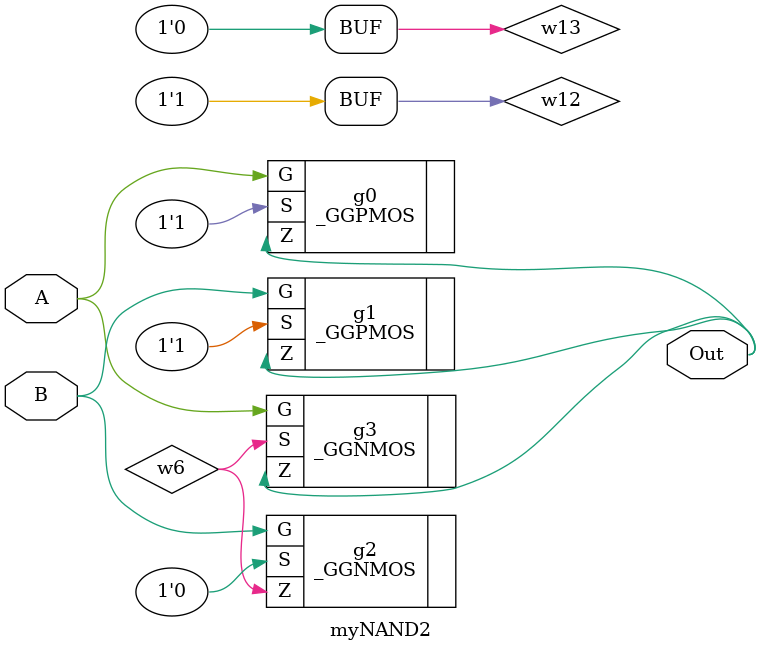
<source format=v>

`timescale 1ns/1ns

module main;    //: root_module
supply0 w6;    //: /sn:0 {0}(840,393)(840,354)(774,354){1}
reg [7:0] b;    //: /sn:0 {0}(#:254,-645)(254,-694){1}
//: {2}(#:256,-696)(352,-696)(352,-721){3}
//: {4}(254,-698)(#:254,-714){5}
//: {6}(#:252,-696)(137,-696)(137,-734){7}
supply0 w19;    //: /sn:0 {0}(177,3)(177,-16)(269,-16){1}
//: {2}(273,-16)(321,-16){3}
//: {4}(271,-18)(271,-26)(321,-26){5}
supply0 w21;    //: /sn:0 {0}(788,-353)(714,-353)(714,-345){1}
//: {2}(716,-343)(788,-343){3}
//: {4}(712,-343)(664,-343)(664,-326){5}
supply1 w1;    //: /sn:0 {0}(1104,-179)(1104,-169)(1062,-169)(1062,-223)(1095,-223){1}
reg clk;    //: /sn:0 {0}(1104,6)(1136,6)(1136,-54)(792,-54)(792,-226){1}
//: {2}(794,-228)(917,-228){3}
//: {4}(790,-228)(584,-228){5}
//: {6}(582,-230)(582,-385)(581,-385)(581,-584){7}
//: {8}(583,-586)(665,-586){9}
//: {10}(669,-586)(719,-586){11}
//: {12}(667,-584)(667,-530)(877,-530)(877,-582)(985,-582){13}
//: {14}(581,-588)(581,-663)(195,-663){15}
//: {16}(191,-663)(140,-663)(140,-419){17}
//: {18}(142,-417)(189,-417)(189,-372){19}
//: {20}(138,-417)(46,-417)(46,498)(767,498){21}
//: {22}(771,498)(819,498){23}
//: {24}(769,500)(769,613)(1304,613)(1304,497)(1353,497){25}
//: {26}(193,-661)(193,-645){27}
//: {28}(579,-586)(518,-586){29}
//: {30}(580,-228)(465,-228)(465,-76)(343,-76)(343,22){31}
reg [7:0] a;    //: /sn:0 {0}(#:683,-707)(683,-693){1}
//: {2}(#:685,-691)(768,-691)(768,-728){3}
//: {4}(#:681,-691)(574,-691)(574,-725){5}
//: {6}(683,-689)(683,-647)(#:719,-647){7}
reg [7:0] c;    //: /sn:0 {0}(#:962,-692)(962,-684){1}
//: {2}(#:964,-682)(1041,-682){3}
//: {4}(#:1045,-682)(1124,-682)(1124,-711){5}
//: {6}(1043,-684)(1043,-710){7}
//: {8}(962,-680)(962,-643)(#:985,-643){9}
wire [17:0] w16;    //: /sn:0 {0}(#:979,28)(816,28)(816,223){1}
//: {2}(818,225)(965,225){3}
//: {4}(969,225)(1117,225)(1117,189){5}
//: {6}(967,223)(#:967,148){7}
//: {8}(814,225)(725,225)(#:725,294){9}
wire [17:0] delta;    //: /sn:0 {0}(#:1478,475)(1552,475){1}
//: {2}(1556,475)(1691,475)(1691,415){3}
//: {4}(1554,473)(1554,424){5}
wire w4;    //: /sn:0 {0}(1058,480)(1058,501){1}
//: {2}(1060,503)(1103,503){3}
//: {4}(1058,505)(1058,567)(1796,567)(1796,427){5}
wire [7:0] w15;    //: /sn:0 {0}(#:839,-565)(839,-643)(#:809,-643){1}
wire w3;    //: /sn:0 {0}(568,320)(568,357)(608,357){1}
wire [17:0] w0;    //: /sn:0 {0}(#:1103,476)(1058,476){1}
//: {2}(1057,476)(991,476){3}
//: {4}(989,474)(989,425){5}
//: {6}(987,476)(#:944,476){7}
//: {8}(989,478)(989,520){9}
wire [7:0] w20;    //: /sn:0 {0}(#:250,-372)(#:250,-555){1}
wire [15:0] w23;    //: /sn:0 {0}(#:788,-363)(699,-363)(699,-390){1}
//: {2}(701,-392)(848,-392){3}
//: {4}(852,-392)(1052,-392)(1052,-460){5}
//: {6}(850,-394)(#:850,-425){7}
//: {8}(#:697,-392)(647,-392)(647,-427){9}
wire [7:0] w25;    //: /sn:0 {0}(#:246,-282)(246,-249){1}
//: {2}(248,-247)(380,-247)(380,-150)(#:339,-150){3}
//: {4}(246,-245)(#:246,-220){5}
wire [17:0] w8;    //: /sn:0 {0}(#:365,147)(365,210)(489,210){1}
//: {2}(493,210)(627,210){3}
//: {4}(631,210)(632,210)(#:632,294){5}
//: {6}(629,208)(629,135){7}
//: {8}(491,208)(491,142){9}
wire [17:0] w18;    //: /sn:0 {0}(#:917,-251)(899,-251)(899,-353)(#:794,-353){1}
wire [7:0] w17;    //: /sn:0 {0}(#:932,-495)(947,-495)(947,-533)(1085,-533)(1085,-639)(#:1075,-639){1}
wire [17:0] w22;    //: /sn:0 {0}(#:1095,-250)(1070,-250){1}
//: {2}(1068,-252)(1068,-289){3}
//: {4}(1068,-293)(1068,-334){5}
//: {6}(#:1066,-291)(981,-291)(981,-305){7}
//: {8}(1066,-250)(#:1042,-250){9}
wire [17:0] w11;    //: /sn:0 {0}(819,475)(677,475)(#:677,438){1}
wire [17:0] w12;    //: /sn:0 {0}(#:1104,29)(1269,29)(1269,-252)(#:1235,-252){1}
wire [17:0] w27;    //: /sn:0 {0}(#:366,22)(366,-26)(#:327,-26){1}
wire [17:0] w13;    //: /sn:0 {0}(#:1353,474)(#:1243,474){1}
wire w5;    //: /sn:0 {0}(1158,-287)(1158,-310)(1226,-310)(1226,-369){1}
wire w9;    //: /sn:0 {0}(1213,404)(1213,424)(1166,424)(1166,439){1}
wire [15:0] w26;    //: /sn:0 {0}(321,-36)(257,-36)(#:257,-80){1}
//: enddecls

  //: GROUND g4 (w6) @(840,399) /sn:0 /w:[ 0 ]
  //: joint g8 (w16) @(816, 225) /w:[ 2 1 8 -1 ]
  //: joint g61 (w23) @(699, -392) /w:[ 2 -1 8 1 ]
  //: LED g34 (w23) @(1052,-467) /sn:0 /w:[ 5 ] /type:3
  MyCOMPLEMENT2 g13 (.minus(w1), .In(w22), .Cout(w5), .Out(w12));   //: @(1096, -286) /sz:(138, 79) /sn:0 /p:[ Li0>1 Li1>0 To0<0 Ro0<1 ]
  //: LED g3 (w8) @(491,135) /sn:0 /w:[ 9 ] /type:3
  MYREGISTER8 g37 (.in(b), .Clk(clk), .out(w20));   //: @(177, -644) /sz:(106, 88) /R:3 /sn:0 /p:[ Ti0>0 Ti1>27 Bo0<1 ]
  //: LED g51 (w22) @(1068,-341) /sn:0 /w:[ 5 ] /type:3
  //: LED g55 (w0) @(989,527) /sn:0 /R:2 /w:[ 9 ] /type:1
  //: LED g58 (w8) @(629,128) /sn:0 /w:[ 7 ] /type:1
  //: joint g2 (w8) @(491, 210) /w:[ 2 8 1 -1 ]
  assign w4 = w0[17]; //: TAP g65 @(1058,474) /sn:0 /R:1 /w:[ 0 2 1 ] /ss:1
  //: joint g59 (w8) @(629, 210) /w:[ 4 6 3 -1 ]
  //: LED g1 (w16) @(967,141) /sn:0 /w:[ 7 ] /type:3
  //: LED g64 (w4) @(1796,420) /sn:0 /w:[ 5 ] /type:0
  MyCOMPLEMENT2 g11 (.minus(w4), .In(w0), .Cout(w9), .Out(w13));   //: @(1104, 440) /sz:(138, 79) /sn:0 /p:[ Li0>3 Li1>0 To0<1 Ro0<1 ]
  MYREGISTER18 g16 (.Clk(clk), .in(w13), .out(delta));   //: @(1354, 463) /sz:(123, 41) /sn:0 /p:[ Li0>25 Li1>0 Ro0<0 ]
  //: DIP g28 (c) @(962,-702) /sn:0 /w:[ 0 ] /st:5 /dn:1
  //: LED g10 (delta) @(1691,408) /sn:0 /w:[ 3 ] /type:1
  //: joint g50 (clk) @(582, -228) /w:[ 5 6 30 -1 ]
  //: LED g32 (c) @(1043,-717) /sn:0 /w:[ 7 ] /type:3
  //: DIP g27 (a) @(683,-717) /sn:0 /w:[ 0 ] /st:3 /dn:1
  //: joint g19 (clk) @(769, 498) /w:[ 22 -1 21 24 ]
  //: LED g69 (a) @(574,-732) /sn:0 /w:[ 5 ] /type:1
  MYREGISTER18 g6 (.in(w11), .Clk(clk), .out(w0));   //: @(820, 464) /sz:(123, 41) /sn:0 /p:[ Li0>0 Li1>23 Ro0<7 ]
  //: joint g38 (clk) @(581, -586) /w:[ 8 14 28 7 ]
  //: SWITCH g7 (clk) @(501,-586) /sn:0 /w:[ 29 ] /st:1 /dn:1
  //: joint g9 (clk) @(140, -417) /w:[ 18 17 20 -1 ]
  //: LED g53 (w5) @(1226,-376) /sn:0 /w:[ 1 ] /type:0
  //: joint g57 (w16) @(967, 225) /w:[ 4 6 3 -1 ]
  //: joint g71 (c) @(1043, -682) /w:[ 4 6 3 -1 ]
  //: joint g31 (a) @(683, -691) /w:[ 2 1 4 6 ]
  //: joint g15 (clk) @(792, -228) /w:[ 2 -1 4 1 ]
  //: VDD g20 (w1) @(1115,-179) /sn:0 /w:[ 0 ]
  //: LED g68 (b) @(137,-741) /sn:0 /w:[ 7 ] /type:1
  //: joint g67 (b) @(254, -696) /w:[ 2 4 6 1 ]
  //: joint g39 (w23) @(850, -392) /w:[ 4 6 3 -1 ]
  //: joint g43 (clk) @(193, -663) /w:[ 15 -1 16 26 ]
  //: joint g48 (w19) @(271, -16) /w:[ 2 4 1 -1 ]
  myMUL8 g25 (.A(w15), .B(w17), .Out(w23));   //: @(761, -564) /sz:(170, 138) /sn:0 /p:[ Ti0>0 Ri0>0 Bo0<7 ]
  MYREGISTER18 g29 (.Clk(clk), .in(w18), .out(w22));   //: @(918, -262) /sz:(123, 41) /sn:0 /p:[ Li0>3 Li1>0 Ro0<9 ]
  //: LED g17 (delta) @(1554,417) /sn:0 /w:[ 5 ] /type:3
  //: LED g62 (w22) @(981,-312) /sn:0 /w:[ 7 ] /type:1
  MYREGISTER8 g42 (.in(w20), .Clk(clk), .out(w25));   //: @(173, -371) /sz:(106, 88) /R:3 /sn:0 /p:[ Ti0>0 Ti1>19 Bo0<0 ]
  //: joint g52 (w22) @(1068, -250) /w:[ 1 2 8 -1 ]
  //: joint g63 (w22) @(1068, -291) /w:[ -1 4 6 3 ]
  //: LED g5 (w3) @(568,313) /sn:0 /w:[ 0 ] /type:0
  MYREGISTER18 g14 (.Clk(clk), .in(w12), .out(w16));   //: @(981, 0) /sz:(123, 41) /R:2 /sn:0 /p:[ Ri0>0 Ri1>0 Lo0<0 ]
  //: LED g56 (w16) @(1117,182) /sn:0 /w:[ 5 ] /type:1
  myMUL8 g44 (.A(w25), .B(w25), .Out(w26));   //: @(168, -219) /sz:(170, 138) /sn:0 /p:[ Ti0>5 Ri0>3 Bo0<1 ]
  //: GROUND g47 (w19) @(177,9) /sn:0 /w:[ 0 ]
  MYREGISTER8 g24 (.Clk(clk), .in(c), .out(w17));   //: @(986, -672) /sz:(88, 106) /sn:0 /p:[ Li0>13 Li1>9 Ro0<1 ]
  //: LED g21 (w0) @(989,418) /sn:0 /w:[ 5 ] /type:3
  //: DIP g36 (b) @(254,-724) /sn:0 /w:[ 5 ] /st:3 /dn:1
  MYREGISTER8 g23 (.Clk(clk), .in(a), .out(w15));   //: @(720, -676) /sz:(88, 106) /sn:0 /p:[ Li0>11 Li1>7 Ro0<1 ]
  //: joint g41 (w21) @(714, -343) /w:[ 2 1 4 -1 ]
  //: GROUND g40 (w21) @(664,-320) /sn:0 /w:[ 5 ]
  //: LED g54 (w9) @(1213,397) /sn:0 /w:[ 0 ] /type:0
  //: LED g60 (w23) @(647,-434) /sn:0 /w:[ 9 ] /type:1
  //: LED g70 (c) @(1124,-718) /sn:0 /w:[ 5 ] /type:1
  //: joint g26 (clk) @(667, -586) /w:[ 10 -1 9 12 ]
  MYADDER18 g0 (.A(w8), .B(w16), .Cin(w6), .Cout(w3), .S(w11));   //: @(609, 295) /sz:(164, 142) /sn:0 /p:[ Ti0>5 Ti1>9 Ri0>1 Lo0<1 Bo0<1 ]
  assign w18 = {w23, w21, w21}; //: CONCAT g35  @(793,-353) /sn:0 /w:[ 1 0 0 3 ] /dr:0 /tp:0 /drp:1
  //: joint g45 (w25) @(246, -247) /w:[ 2 1 -1 4 ]
  assign w27 = {w19, w19, w26}; //: CONCAT g46  @(326,-26) /sn:0 /w:[ 1 3 5 0 ] /dr:1 /tp:0 /drp:1
  //: joint g22 (w4) @(1058, 503) /w:[ 2 1 -1 4 ]
  //: LED g66 (b) @(352,-728) /sn:0 /w:[ 3 ] /type:3
  //: joint g12 (w0) @(989, 476) /w:[ 3 4 6 8 ]
  //: joint g18 (delta) @(1554, 475) /w:[ 2 4 1 -1 ]
  //: LED g30 (a) @(768,-735) /sn:0 /w:[ 3 ] /type:3
  //: joint g33 (c) @(962, -682) /w:[ 2 1 -1 8 ]
  MYREGISTER18 g49 (.Clk(clk), .in(w27), .out(w8));   //: @(337, 23) /sz:(41, 123) /R:3 /sn:0 /p:[ Ti0>31 Ti1>0 Bo0<0 ]

endmodule
//: /netlistEnd

//: /netlistBegin MYADDER4
module MYADDER4(Cin, A, B, S, Cout);
//: interface  /sz:(145, 40) /bd:[ Ti0>B[3:0](97/145) Ti1>A[3:0](36/145) Ri0>Cin(12/40) Lo0<Cout(12/40) Bo0<S[3:0](71/145) ] /pd: 0 /pi: 0 /pe: 1 /pp: 1
input [3:0] B;    //: /sn:0 {0}(#:32,103)(285,103){1}
//: {2}(286,103)(457,103){3}
//: {4}(458,103)(636,103){5}
//: {6}(637,103)(826,103){7}
//: {8}(827,103)(929,103)(929,95){9}
input [3:0] A;    //: /sn:0 {0}(#:44,57)(241,57){1}
//: {2}(242,57)(411,57){3}
//: {4}(412,57)(590,57){5}
//: {6}(591,57)(773,57){7}
//: {8}(774,57)(932,57){9}
output Cout;    //: /sn:0 {0}(228,208)(162,208)(162,220)(133,220){1}
input Cin;    //: /sn:0 {0}(938,209)(852,209){1}
output [3:0] S;    //: /sn:0 {0}(#:859,332)(951,332)(951,337)(966,337){1}
wire w6;    //: /sn:0 {0}(458,107)(458,138)(466,138)(466,170){1}
wire w7;    //: /sn:0 {0}(320,209)(394,209)(394,208)(399,208){1}
wire w16;    //: /sn:0 {0}(827,107)(827,170){1}
wire w15;    //: /sn:0 {0}(774,61)(774,115)(783,115)(783,170){1}
wire w0;    //: /sn:0 {0}(242,61)(242,115)(251,115)(251,170){1}
wire w3;    //: /sn:0 {0}(807,260)(807,347)(853,347){1}
wire w1;    //: /sn:0 {0}(286,107)(286,115)(295,115)(295,170){1}
wire w8;    //: /sn:0 {0}(624,260)(624,337)(853,337){1}
wire w18;    //: /sn:0 {0}(275,260)(275,317)(853,317){1}
wire w17;    //: /sn:0 {0}(577,208)(569,208){1}
//: {2}(565,208)(527,208)(527,209)(491,209){3}
//: {4}(567,210)(567,217){5}
wire w11;    //: /sn:0 {0}(637,107)(637,115)(644,115)(644,170){1}
wire w10;    //: /sn:0 {0}(591,61)(591,115)(600,115)(600,170){1}
wire w13;    //: /sn:0 {0}(446,260)(446,327)(853,327){1}
wire w5;    //: /sn:0 {0}(412,61)(412,69)(422,69)(422,170){1}
wire w9;    //: /sn:0 {0}(760,208)(725,208)(725,209)(669,209){1}
//: enddecls

  //: IN g4 (Cin) @(940,209) /sn:0 /R:2 /w:[ 0 ]
  assign w0 = A[3]; //: TAP g8 @(242,55) /sn:0 /R:1 /w:[ 0 1 2 ] /ss:1
  FA g3 (.A(w15), .B(w16), .Cin(Cin), .Cout(w9), .S(w3));   //: @(761, 171) /sz:(90, 88) /sn:0 /p:[ Ti0>1 Ti1>1 Ri0>1 Lo0<0 Bo0<0 ]
  assign w11 = B[1]; //: TAP g13 @(637,101) /sn:0 /R:1 /w:[ 0 5 6 ] /ss:1
  FA g2 (.A(w10), .B(w11), .Cin(w9), .Cout(w17), .S(w8));   //: @(578, 171) /sz:(90, 88) /sn:0 /p:[ Ti0>1 Ti1>1 Ri0>1 Lo0<0 Bo0<0 ]
  FA g1 (.A(w5), .B(w6), .Cin(w17), .Cout(w7), .S(w13));   //: @(400, 171) /sz:(90, 88) /sn:0 /p:[ Ti0>1 Ti1>1 Ri0>3 Lo0<1 Bo0<0 ]
  assign w6 = B[2]; //: TAP g11 @(458,101) /sn:0 /R:1 /w:[ 0 3 4 ] /ss:1
  assign S = {w18, w13, w8, w3}; //: CONCAT g16  @(858,332) /sn:0 /w:[ 0 1 1 1 1 ] /dr:0 /tp:0 /drp:1
  assign w5 = A[2]; //: TAP g10 @(412,55) /sn:0 /R:1 /w:[ 0 3 4 ] /ss:1
  //: IN g6 (A) @(42,57) /sn:0 /w:[ 0 ]
  //: IN g7 (B) @(30,103) /sn:0 /w:[ 0 ]
  assign w1 = B[3]; //: TAP g9 @(286,101) /sn:0 /R:1 /w:[ 0 1 2 ] /ss:1
  assign w16 = B[0]; //: TAP g15 @(827,101) /sn:0 /R:1 /w:[ 0 7 8 ] /ss:1
  //: OUT g17 (S) @(963,337) /sn:0 /w:[ 1 ]
  //: OUT g5 (Cout) @(136,220) /sn:0 /R:2 /w:[ 1 ]
  assign w15 = A[0]; //: TAP g14 @(774,55) /sn:0 /R:1 /w:[ 0 7 8 ] /ss:1
  FA g0 (.A(w0), .B(w1), .Cin(w7), .Cout(Cout), .S(w18));   //: @(229, 171) /sz:(90, 88) /sn:0 /p:[ Ti0>1 Ti1>1 Ri0>0 Lo0<0 Bo0<0 ]
  assign w10 = A[1]; //: TAP g12 @(591,55) /sn:0 /R:1 /w:[ 0 5 6 ] /ss:1
  //: joint g18 (w17) @(567, 208) /w:[ 1 -1 2 4 ]

endmodule
//: /netlistEnd

//: /netlistBegin MYADDER2
module MYADDER2(Cout, B, A, S, Cin);
//: interface  /sz:(138, 52) /bd:[ Ti0>B[1:0](90/138) Ti1>A[1:0](33/138) Ri0>Cin(18/52) Lo0<Cout(19/52) Bo0<S[1:0](65/138) ] /pd: 0 /pi: 0 /pe: 1 /pp: 1
input [1:0] B;    //: /sn:0 {0}(#:50,77)(276,77){1}
//: {2}(277,77)(498,77){3}
//: {4}(499,77)(673,77){5}
input [1:0] A;    //: /sn:0 {0}(#:67,46)(235,46){1}
//: {2}(236,46)(447,46){3}
//: {4}(448,46)(650,46){5}
output Cout;    //: /sn:0 {0}(214,205)(153,205)(153,204)(141,204){1}
input Cin;    //: /sn:0 {0}(525,206)(607,206){1}
output [1:0] S;    //: /sn:0 {0}(#:579,303)(609,303)(609,302)(624,302){1}
wire w6;    //: /sn:0 {0}(456,167)(456,58)(448,58)(448,50){1}
wire w4;    //: /sn:0 {0}(480,257)(480,308)(573,308){1}
wire w0;    //: /sn:0 {0}(281,167)(281,89)(277,89)(277,81){1}
wire w3;    //: /sn:0 {0}(306,206)(398,206)(398,205)(433,205){1}
wire w1;    //: /sn:0 {0}(237,167)(237,58)(236,58)(236,50){1}
wire w5;    //: /sn:0 {0}(500,167)(500,89)(499,89)(499,81){1}
wire w9;    //: /sn:0 {0}(261,257)(261,298)(573,298){1}
//: enddecls

  //: OUT g8 (Cout) @(144,204) /sn:0 /R:2 /w:[ 1 ]
  assign w1 = A[1]; //: TAP g4 @(236,44) /sn:0 /R:1 /w:[ 1 1 2 ] /ss:1
  //: IN g3 (B) @(48,77) /sn:0 /w:[ 0 ]
  //: IN g2 (A) @(65,46) /sn:0 /w:[ 0 ]
  FA g1 (.A(w6), .B(w5), .Cin(Cin), .Cout(w3), .S(w4));   //: @(434, 168) /sz:(90, 88) /sn:0 /p:[ Ti0>0 Ti1>0 Ri0>0 Lo0<1 Bo0<0 ]
  //: OUT g11 (S) @(621,302) /sn:0 /w:[ 1 ]
  assign S = {w9, w4}; //: CONCAT g10  @(578,303) /sn:0 /w:[ 0 1 1 ] /dr:0 /tp:0 /drp:1
  assign w6 = A[0]; //: TAP g6 @(448,44) /sn:0 /R:1 /w:[ 1 3 4 ] /ss:1
  //: IN g9 (Cin) @(609,206) /sn:0 /R:2 /w:[ 1 ]
  assign w5 = B[0]; //: TAP g7 @(499,75) /sn:0 /R:1 /w:[ 1 3 4 ] /ss:1
  assign w0 = B[1]; //: TAP g5 @(277,75) /sn:0 /R:1 /w:[ 1 1 2 ] /ss:1
  FA g0 (.A(w1), .B(w0), .Cin(w3), .Cout(Cout), .S(w9));   //: @(215, 168) /sz:(90, 88) /sn:0 /p:[ Ti0>0 Ti1>0 Ri0>0 Lo0<0 Bo0<0 ]

endmodule
//: /netlistEnd

//: /netlistBegin latchSR
module latchSR(Y1, R, S, Y);
//: interface  /sz:(101, 105) /bd:[ Li0>S(25/105) Li1>R(80/105) Ri0>Y(81/105) Ro0<Y1(27/105) ] /pd: 0 /pi: 0 /pe: 1 /pp: 1
input R;    //: /sn:0 {0}(129,308)(266,308)(266,309)(287,309){1}
input S;    //: /sn:0 {0}(146,130)(287,130){1}
output Y1;    //: /sn:0 {0}(521,149)(437,149){1}
//: {2}(433,149)(419,149)(419,148)(406,148){3}
//: {4}(435,151)(435,225)(277,225)(277,268)(287,268){5}
output Y;    //: /sn:0 {0}(536,293)(447,293){1}
//: {2}(445,291)(445,206)(277,206)(277,171)(287,171){3}
//: {4}(443,293)(419,293)(419,286)(406,286){5}
//: enddecls

  //: OUT g4 (Y1) @(518,149) /sn:0 /w:[ 0 ]
  //: IN g3 (R) @(127,308) /sn:0 /w:[ 0 ]
  //: IN g2 (S) @(144,130) /sn:0 /w:[ 0 ]
  myNOR g1 (.in1(Y1), .in2(R), .out(Y));   //: @(288, 239) /sz:(117, 91) /sn:0 /p:[ Li0>5 Li1>1 Ro0<5 ]
  //: joint g6 (Y) @(445, 293) /w:[ 1 2 4 -1 ]
  //: joint g7 (Y1) @(435, 149) /w:[ 1 -1 2 4 ]
  //: OUT g5 (Y) @(533,293) /sn:0 /w:[ 0 ]
  myNOR g0 (.in1(S), .in2(Y), .out(Y1));   //: @(288, 101) /sz:(117, 91) /sn:0 /p:[ Li0>1 Li1>3 Ro0<3 ]

endmodule
//: /netlistEnd

//: /netlistBegin myMUL8
module myMUL8(B, A, Out);
//: interface  /sz:(170, 138) /bd:[ Ti0>A[7:0](78/170) Ri0>B[7:0](69/138) Bo0<Out[15:0](89/170) ] /pd: 0 /pi: 1 /pe: 1 /pp: 1
//: property prot_intf=1
input [7:0] A;    //: {0}(#:-1017,2394)(-976,2394){1}
//: {2}(-975,2394)(-816,2394){3}
//: {4}(-815,2394)(-674,2394){5}
//: {6}(-673,2394)(-539,2394){7}
//: {8}(-538,2394)(-413,2394){9}
//: {10}(-412,2394)(-277,2394){11}
//: {12}(-276,2394)(-143,2394){13}
//: {14}(-142,2394)(-13,2394){15}
//: {16}(-12,2394)(656,2394)(#:656,1997){17}
//: {18}(656,1993)(656,1668){19}
//: {20}(656,1664)(656,1325){21}
//: {22}(656,1321)(656,982){23}
//: {24}(656,978)(656,802)(657,802)(657,627){25}
//: {26}(657,623)(657,463)(664,463)(664,303){27}
//: {28}(666,301)(706,301){29}
//: {30}(662,301)(569,301){31}
//: {32}(568,301)(499,301)(499,300)(432,300){33}
//: {34}(431,300)(371,300)(371,301)(312,301){35}
//: {36}(311,301)(196,301){37}
//: {38}(195,301)(91,301){39}
//: {40}(90,301)(-7,301){41}
//: {42}(-8,301)(-110,301){43}
//: {44}(-111,301)(-212,301){45}
//: {46}(-213,301)(-284,301)(-284,62){47}
//: {48}(-282,60)(-145,60){49}
//: {50}(-144,60)(-40,60){51}
//: {52}(-39,60)(57,60){53}
//: {54}(58,60)(161,60){55}
//: {56}(162,60)(272,60){57}
//: {58}(273,60)(383,60){59}
//: {60}(384,60)(519,60){61}
//: {62}(520,60)(582,60)(582,61)(645,61){63}
//: {64}(646,61)(656,61){65}
//: {66}(-286,60)(#:-330,60){67}
//: {68}(655,625)(479,625){69}
//: {70}(478,625)(350,625){71}
//: {72}(349,625)(240,625){73}
//: {74}(239,625)(134,625){75}
//: {76}(133,625)(30,625){77}
//: {78}(29,625)(-88,625){79}
//: {80}(-89,625)(-207,625){81}
//: {82}(-208,625)(-314,625){83}
//: {84}(-315,625)(-369,625){85}
//: {86}(654,980)(534,980)(534,974)(424,974){87}
//: {88}(423,974)(375,974)(375,980)(336,980){89}
//: {90}(335,980)(228,980){91}
//: {92}(227,980)(119,980){93}
//: {94}(118,980)(-14,980){95}
//: {96}(-15,980)(-143,980){97}
//: {98}(-144,980)(-201,980)(-201,989)(-258,989){99}
//: {100}(-259,989)(-331,989)(-331,980)(-403,980){101}
//: {102}(-404,980)(-482,980){103}
//: {104}(654,1323)(359,1323){105}
//: {106}(358,1323)(230,1323){107}
//: {108}(229,1323)(121,1323){109}
//: {110}(120,1323)(13,1323){111}
//: {112}(12,1323)(-102,1323){113}
//: {114}(-103,1323)(-227,1323){115}
//: {116}(-228,1323)(-343,1323){117}
//: {118}(-344,1323)(-468,1323){119}
//: {120}(-469,1323)(-486,1323){121}
//: {122}(86:654,1666)(343,1666)(343,1668)(254,1668){123}
//: {124}(253,1668)(126,1668){125}
//: {126}(125,1668)(-3,1668){127}
//: {128}(-4,1668)(-128,1668){129}
//: {130}(-129,1668)(-243,1668){131}
//: {132}(-244,1668)(-380,1668){133}
//: {134}(-381,1668)(-513,1668){135}
//: {136}(-514,1668)(-633,1668){137}
//: {138}(-634,1668)(#:-756,1668){139}
//: {140}(654,1995)(103,1995){141}
//: {142}(102,1995)(-29,1995){143}
//: {144}(-30,1995)(-151,1995)(-151,1997)(-161,1997){145}
//: {146}(-162,1997)(-293,1997){147}
//: {148}(-294,1997)(-424,1997){149}
//: {150}(-425,1997)(-541,1997)(-541,1996)(-551,1996){151}
//: {152}(-552,1996)(-689,1996){153}
//: {154}(-690,1996)(-821,1996){155}
//: {156}(-822,1996)(#:-1005,1996){157}
output [15:0] Out;    //: /sn:0 {0}(#:-148,3051)(-148,3095){1}
input [7:0] B;    //: /sn:0 {0}(#:814,50)(814,102){1}
//: {2}(814,103)(814,267){3}
//: {4}(814,268)(814,662){5}
//: {6}(814,663)(814,991){7}
//: {8}(814,992)(814,1352){9}
//: {10}(814,1353)(814,1685){11}
//: {12}(814,1686)(814,2028){13}
//: {14}(814,2029)(814,2433){15}
//: {16}(814,2434)(814,2480){17}
wire w32;    //: /sn:0 {0}(-150,518)(-150,501)(-129,501)(-129,454){1}
wire w270;    //: /sn:0 {0}(-296,2965)(-296,2957)(-1167,2957)(-1167,2653)(-1095,2653){1}
wire w160;    //: /sn:0 {0}(84,2194)(84,2223)(41,2223)(41,2229){1}
wire w96;    //: /sn:0 {0}(569,349)(569,305){1}
wire w73;    //: /sn:0 {0}(-74,932)(-82,932)(-82,933)(-95,933){1}
wire w45;    //: /sn:0 {0}(-99,556)(-100,556)(-100,557)(-125,557){1}
wire w214;    //: /sn:0 {0}(-319,2615)(-319,2587)(-295,2587)(-295,2575){1}
wire w203;    //: /sn:0 {0}(-821,2089)(-821,2000){1}
wire w166;    //: /sn:0 {0}(-446,1576)(-473,1576){1}
wire w134;    //: /sn:0 {0}(-344,1378)(-344,1335)(-343,1335)(-343,1327){1}
wire w122;    //: /sn:0 {0}(-122,1222)(-143,1222)(-143,1223)(-158,1223){1}
wire w220;    //: /sn:0 {0}(-537,2470)(-537,2406)(-538,2406)(-538,2398){1}
wire w141;    //: /sn:0 {0}(154,1580)(139,1580)(139,1579)(128,1579){1}
wire w14;    //: /sn:0 {0}(143,232)(143,301)(126,301)(126,504)(144,504)(144,517){1}
wire w218;    //: /sn:0 {0}(-363,2615)(-363,2485)(-359,2485)(-359,2327){1}
wire w56;    //: /sn:0 {0}(-7,894)(-7,852)(12,852)(12,827){1}
wire w16;    //: /sn:0 {0}(429,517)(429,500)(414,500)(414,454){1}
wire w179;    //: /sn:0 {0}(-98,1898)(-121,1898)(-121,1897)(-136,1897){1}
wire w81;    //: /sn:0 {0}(-270,1025)(-270,1014)(-258,1014)(-258,993){1}
wire w89;    //: /sn:0 {0}(-351,1184)(-351,1000)(-382,1000)(-382,984){1}
wire w4;    //: /sn:0 {0}(-352,722)(-352,663)(-218,663){1}
//: {2}(-214,663)(-116,663){3}
//: {4}(-112,663)(-9,663){5}
//: {6}(-5,663)(95,663){7}
//: {8}(99,663)(202,663){9}
//: {10}(206,663)(311,663){11}
//: {12}(315,663)(439,663){13}
//: {14}(443,663)(809,663){15}
//: {16}(441,665)(441,691)(441,691)(441,722){17}
//: {18}(313,665)(313,692)(313,692)(313,722){19}
//: {20}(204,665)(204,722){21}
//: {22}(97,665)(97,692)(97,692)(97,722){23}
//: {24}(-7,665)(-7,693)(-7,693)(-7,722){25}
//: {26}(-114,665)(-114,694)(-126,694)(-126,722){27}
//: {28}(-216,665)(-216,690)(-245,690)(-245,717){29}
wire w19;    //: /sn:0 {0}(366,232)(366,482)(385,482)(385,517){1}
wire w266;    //: /sn:0 {0}(-276,2965)(-276,2949)(-906,2949)(-906,2705){1}
wire w250;    //: /sn:0 {0}(-560,2654)(-532,2654)(-532,2653)(-514,2653){1}
wire w195;    //: /sn:0 {0}(-511,2237)(-511,1994)(-435,1994)(-435,1944){1}
wire w38;    //: /sn:0 {0}(354,933)(365,933)(365,918)(424,918){1}
wire w182;    //: /sn:0 {0}(-205,2238)(-205,2209)(-180,2209)(-180,2194){1}
wire w180;    //: /sn:0 {0}(-119,2237)(-119,2000)(-51,2000)(-51,1950){1}
wire w152;    //: /sn:0 {0}(-75,1860)(-75,1643)(-34,1643)(-34,1628){1}
wire w183;    //: /sn:0 {0}(12,2271)(-44,2271)(-44,2276)(-50,2276){1}
wire w181;    //: /sn:0 {0}(-228,1896)(-247,1896){1}
wire w194;    //: /sn:0 {0}(-482,1892)(-512,1892)(-512,1896)(-516,1896){1}
wire w3;    //: /sn:0 {0}(647,127)(647,96)(646,96)(646,65){1}
wire w151;    //: /sn:0 {0}(-81,1576)(-94,1576)(-94,1577)(-109,1577){1}
wire w0;    //: /sn:0 {0}(460,827)(460,842)(453,842)(453,876){1}
wire w128;    //: /sn:0 {0}(-178,1538)(-178,1289)(-203,1289)(-203,1274){1}
wire w127;    //: /sn:0 {0}(-250,1222)(-267,1222)(-267,1223)(-282,1223){1}
wire w240;    //: /sn:0 {0}(-252,2653)(-270,2653)(-270,2654)(-294,2654){1}
wire w233;    //: /sn:0 {0}(-767,2615)(-767,2341)(-760,2341)(-760,2326){1}
wire w120;    //: /sn:0 {0}(-35,2965)(-35,2937)(310,2937)(310,1641)(328,1641)(328,1626){1}
wire w133;    //: /sn:0 {0}(-306,1539)(-306,1289)(-327,1289)(-327,1274){1}
wire w168;    //: /sn:0 {0}(-541,1857)(-541,1832)(-530,1832)(-530,1823){1}
wire w171;    //: /sn:0 {0}(-565,1575)(-716,1575)(-716,1856){1}
wire w111;    //: /sn:0 {0}(122,1373)(122,1335)(121,1335)(121,1327){1}
wire w104;    //: /sn:0 {0}(339,1477)(339,1487)(302,1487)(302,1538){1}
wire w204;    //: /sn:0 {0}(-739,1894)(-939,1894)(-939,2236){1}
wire w75;    //: /sn:0 {0}(-55,1184)(-55,1144)(-32,1144)(-32,1130){1}
wire w237;    //: /sn:0 {0}(-962,2274)(-1072,2274)(-1072,2615){1}
wire w209;    //: /sn:0 {0}(-185,2615)(-185,2587)(-161,2587)(-161,2575){1}
wire w119;    //: /sn:0 {0}(-14,1538)(-14,1494)(-4,1494)(-4,1479){1}
wire w67;    //: /sn:0 {0}(59,127)(59,105)(59,105)(59,68)(58,68)(58,64){1}
wire w54;    //: /sn:0 {0}(-406,894)(-406,546)(-355,546){1}
wire w215;    //: /sn:0 {0}(-412,2470)(-412,2398){1}
wire w176;    //: /sn:0 {0}(-75,2237)(-75,2209)(-48,2209)(-48,2194){1}
wire w90;    //: /sn:0 {0}(-428,1184)(-428,1148)(-410,1148)(-410,1130){1}
wire w156;    //: /sn:0 {0}(-201,1576)(-222,1576)(-222,1578)(-237,1578){1}
wire w167;    //: /sn:0 {0}(-459,1854)(-459,1640)(-399,1640)(-399,1628){1}
wire w41;    //: /sn:0 {0}(-212,349)(-212,305){1}
wire w36;    //: /sn:0 {0}(415,1130)(415,1147)(397,1147)(397,1178){1}
wire w174;    //: /sn:0 {0}(33,1901)(9,1901)(9,1899)(-6,1899){1}
wire w124;    //: /sn:0 {0}(-134,1538)(-134,1496)(-121,1496)(-121,1481){1}
wire w23;    //: /sn:0 {0}(-163,232)(-163,484)(-194,484)(-194,518){1}
wire w20;    //: /sn:0 {0}(-76,518)(-76,486)(-57,486)(-57,232){1}
wire w225;    //: /sn:0 {0}(-671,2470)(-671,2406)(-673,2406)(-673,2398){1}
wire w108;    //: /sn:0 {0}(363,1538)(363,1319)(292,1319)(292,1274){1}
wire w82;    //: /sn:0 {0}(273,127)(273,106)(273,106)(273,64){1}
wire w223;    //: /sn:0 {0}(-491,2615)(-491,2485)(-487,2485)(-487,2327){1}
wire w126;    //: /sn:0 {0}(235,1835)(235,1854)(224,1854)(224,1840)(191,1840)(191,1864){1}
wire w158;    //: /sn:0 {0}(-272,1857)(-272,1838)(-262,1838)(-262,1823){1}
wire w74;    //: /sn:0 {0}(34,1184)(34,997)(-27,997)(-27,984){1}
wire w125;    //: /sn:0 {0}(-227,1184)(-227,999)(-264,999)(-264,984){1}
wire w91;    //: /sn:0 {0}(242,722)(242,637)(240,637)(240,629){1}
wire w35;    //: /sn:0 {0}(121,555)(112,555)(112,556)(110,556){1}
wire w8;    //: /sn:0 {0}(-231,454)(-231,464)(-265,464)(-265,504){1}
wire w103;    //: /sn:0 {0}(-25,2965)(-25,2941)(423,2941)(423,1266){1}
wire w192;    //: /sn:0 {0}(-31,2575)(-31,2585)(-87,2585)(-87,2605){1}
wire w163;    //: /sn:0 {0}(-415,1854)(-415,1835)(-399,1835)(-399,1823){1}
wire w101;    //: /sn:0 {0}(358,1372)(358,1342)(359,1342)(359,1327){1}
wire w238;    //: /sn:0 {0}(-915,2326)(-915,2605)(-930,2605)(-930,2615){1}
wire w71;    //: /sn:0 {0}(-13,1025)(-13,992)(-14,992)(-14,984){1}
wire w144;    //: /sn:0 {0}(-859,2089)(-859,2029)(-730,2029){1}
//: {2}(-726,2029)(-712,2029)(-712,2029)(-591,2029){3}
//: {4}(-587,2029)(-464,2029){5}
//: {6}(-460,2029)(-332,2029){7}
//: {8}(-328,2029)(-201,2029){9}
//: {10}(-197,2029)(-69,2029){11}
//: {12}(-65,2029)(63,2029){13}
//: {14}(67,2029)(809,2029){15}
//: {16}(65,2031)(65,2089){17}
//: {18}(-67,2031)(-67,2089){19}
//: {20}(-199,2031)(-199,2089){21}
//: {22}(-330,2031)(-330,2060)(-329,2060)(-329,2089){23}
//: {24}(-462,2031)(-462,2089){25}
//: {26}(-589,2031)(-589,2089){27}
//: {28}(-728,2031)(-728,2089){29}
wire w22;    //: /sn:0 {0}(-5,2965)(-5,2952)(546,2952)(546,600){1}
wire w265;    //: /sn:0 {0}(-953,2653)(-975,2653)(-975,2654)(-1003,2654){1}
wire w17;    //: /sn:0 {0}(40,232)(40,313)(41,313)(41,517){1}
wire w117;    //: /sn:0 {0}(11,1222)(-6,1222)(-6,1223)(-30,1223){1}
wire w53;    //: /sn:0 {0}(309,984)(309,994)(458,994)(458,1178){1}
wire w172;    //: /sn:0 {0}(-585,1857)(-585,1636)(-518,1636)(-518,1627){1}
wire w255;    //: /sn:0 {0}(-652,2653)(-686,2653)(-686,2654)(-698,2654){1}
wire w228;    //: /sn:0 {0}(-629,2615)(-629,2485)(-625,2485)(-625,2326){1}
wire w12;    //: /sn:0 {0}(91,305)(91,313)(92,313)(92,349){1}
wire w44;    //: /sn:0 {0}(312,1184)(312,1142)(317,1142)(317,1130){1}
wire w2;    //: /sn:0 {0}(628,232)(628,2958)(5,2958)(5,2965){1}
wire w113;    //: /sn:0 {0}(186,1274)(186,1313)(161,1313)(161,1532)(177,1532)(177,1542){1}
wire [7:0] w226;    //: /sn:0 {0}(-143,3045)(-143,2986)(#:-30,2986)(#:-30,2971){1}
wire w115;    //: /sn:0 {0}(246,1581)(270,1581)(270,1580)(273,1580){1}
wire w77;    //: /sn:0 {0}(162,127)(162,106)(162,106)(162,64){1}
wire w83;    //: /sn:0 {0}(-337,933)(-327,933)(-327,932)(-311,932){1}
wire w200;    //: /sn:0 {0}(-649,2236)(-649,1997)(-561,1997)(-561,1947){1}
wire w78;    //: /sn:0 {0}(-187,932)(-211,932)(-211,933)(-219,933){1}
wire w224;    //: /sn:0 {0}(-585,2615)(-585,2590)(-556,2590)(-556,2575){1}
wire w10;    //: /sn:0 {0}(550,454)(550,467)(520,467)(520,512){1}
wire w27;    //: /sn:0 {0}(362,555)(350,555)(350,556)(332,556){1}
wire w190;    //: /sn:0 {0}(-383,2237)(-383,1997)(-292,1997)(-292,1947){1}
wire w246;    //: /sn:0 {0}(-236,2965)(-236,2908)(-339,2908)(-339,2705){1}
wire w138;    //: /sn:0 {0}(-448,1274)(-448,1311)(-423,1311)(-423,1538){1}
wire w86;    //: /sn:0 {0}(-391,1025)(-391,992)(-403,992)(-403,984){1}
wire w188;    //: /sn:0 {0}(-424,2089)(-424,2001){1}
wire w95;    //: /sn:0 {0}(479,629)(479,722){1}
wire w52;    //: /sn:0 {0}(119,1025)(119,984){1}
wire w80;    //: /sn:0 {0}(-183,1184)(-183,1144)(-162,1144)(-162,1130){1}
wire w29;    //: /sn:0 {0}(385,127)(385,106)(385,106)(385,68)(384,68)(384,64){1}
wire w187;    //: /sn:0 {0}(-55,2965)(-55,2926)(67,2926)(67,2317){1}
wire w178;    //: /sn:0 {0}(-161,2089)(-161,2001){1}
wire w155;    //: /sn:0 {0}(-45,2965)(-45,2932)(217,2932)(217,1952){1}
wire w142;    //: /sn:0 {0}(201,1632)(201,1639)(252,1639)(252,1864){1}
wire w147;    //: /sn:0 {0}(56,1863)(56,1645)(83,1645)(83,1630){1}
wire w42;    //: /sn:0 {0}(-15,2965)(-15,2945)(479,2945)(479,964){1}
wire w50;    //: /sn:0 {0}(-217,556)(-287,556)(-287,521)(-276,521)(-276,491)(-311,491)(-311,479)(-326,479)(-326,504){1}
wire w6;    //: /sn:0 {0}(519,127)(519,68)(520,68)(520,64){1}
wire w93;    //: /sn:0 {0}(350,629)(350,637)(351,637)(351,722){1}
wire w7;    //: /sn:0 {0}(-250,349)(-250,268)(-150,268){1}
//: {2}(-146,268)(-47,268){3}
//: {4}(-43,268)(52,268){5}
//: {6}(56,268)(156,268){7}
//: {8}(160,268)(272,268){9}
//: {10}(276,268)(393,268){11}
//: {12}(397,268)(529,268){13}
//: {14}(533,268)(809,268){15}
//: {16}(531,270)(531,311)(531,311)(531,349){17}
//: {18}(395,270)(395,310)(395,310)(395,349){19}
//: {20}(274,270)(274,310)(274,310)(274,349){21}
//: {22}(158,270)(158,310)(158,310)(158,349){23}
//: {24}(54,270)(54,309)(54,309)(54,349){25}
//: {26}(-45,270)(-45,309)(-45,309)(-45,349){27}
//: {28}(-148,270)(-148,308)(-148,308)(-148,349){29}
wire w60;    //: /sn:0 {0}(262,932)(244,932){1}
wire w99;    //: /sn:0 {0}(336,1025)(336,984){1}
wire w61;    //: /sn:0 {0}(152,931)(141,931)(141,933)(123,933){1}
wire w46;    //: /sn:0 {0}(-52,608)(-52,766)(-51,766)(-51,894){1}
wire w175;    //: /sn:0 {0}(80,1953)(80,2040)(147,2040)(147,2218)(102,2218)(102,2229){1}
wire w112;    //: /sn:0 {0}(139,1222)(124,1222)(124,1223)(103,1223){1}
wire w135;    //: /sn:0 {0}(-363,1483)(-363,1523)(-379,1523)(-379,1538){1}
wire w153;    //: /sn:0 {0}(-161,1858)(-161,1833)(-146,1833)(-146,1823){1}
wire w216;    //: /sn:0 {0}(-160,2654)(-140,2654)(-140,2647)(-116,2647){1}
wire w15;    //: /sn:0 {0}(-88,629)(-88,722){1}
wire w207;    //: /sn:0 {0}(-142,2275)(-165,2275)(-165,2277)(-180,2277){1}
wire w213;    //: /sn:0 {0}(-229,2615)(-229,2485)(-225,2485)(-225,2328){1}
wire w239;    //: /sn:0 {0}(-1028,2615)(-1028,2591)(-993,2591)(-993,2575){1}
wire w106;    //: /sn:0 {0}(232,1373)(232,1335)(230,1335)(230,1327){1}
wire w51;    //: /sn:0 {0}(-170,608)(-170,913)(-179,913)(-179,884)(-164,884)(-164,894){1}
wire w69;    //: /sn:0 {0}(162,1184)(162,995)(78,995)(78,984){1}
wire w129;    //: /sn:0 {0}(-226,1379)(-226,1335)(-227,1335)(-227,1327){1}
wire w109;    //: /sn:0 {0}(213,1478)(213,1527)(221,1527)(221,1542){1}
wire w229;    //: /sn:0 {0}(-723,2615)(-723,2590)(-690,2590)(-690,2575){1}
wire w114;    //: /sn:0 {0}(103,1540)(103,1478){1}
wire w97;    //: /sn:0 {0}(135,722)(135,637)(134,637)(134,629){1}
wire w271;    //: /sn:0 {0}(-286,2965)(-286,2954)(-1048,2954)(-1048,2705){1}
wire w177;    //: /sn:0 {0}(-1012,2470)(-1012,2434)(-855,2434){1}
//: {2}(-851,2434)(-711,2434){3}
//: {4}(-707,2434)(-577,2434){5}
//: {6}(-573,2434)(-452,2434){7}
//: {8}(-448,2434)(-316,2434){9}
//: {10}(-312,2434)(-182,2434){11}
//: {12}(-178,2434)(-52,2434){13}
//: {14}(-48,2434)(809,2434){15}
//: {16}(-50,2436)(-50,2470){17}
//: {18}(-180,2436)(-180,2470){19}
//: {20}(-314,2436)(-314,2470){21}
//: {22}(-450,2436)(-450,2470){23}
//: {24}(-575,2436)(-575,2470){25}
//: {26}(-709,2436)(-709,2470){27}
//: {28}(-853,2436)(-853,2470){29}
wire w66;    //: /sn:0 {0}(65,607)(65,884)(54,884)(54,894){1}
wire w37;    //: /sn:0 {0}(409,607)(409,852)(514,852)(514,876){1}
wire w261;    //: /sn:0 {0}(-743,2705)(-743,2937)(-266,2937)(-266,2965){1}
wire w64;    //: /sn:0 {0}(98,894)(98,838)(116,838)(116,827){1}
wire w245;    //: /sn:0 {0}(-386,2653)(-406,2653)(-406,2654)(-422,2654){1}
wire w234;    //: /sn:0 {0}(-886,2615)(-886,2590)(-834,2590)(-834,2575){1}
wire w34;    //: /sn:0 {0}(285,894)(285,750)(287,750)(287,607){1}
wire w63;    //: /sn:0 {0}(268,1184)(268,984)(199,984)(199,983){1}
wire w159;    //: /sn:0 {0}(-380,1718)(-380,1672){1}
wire w102;    //: /sn:0 {0}(368,1220)(350,1220)(350,1223)(337,1223){1}
wire w43;    //: /sn:0 {0}(329,894)(329,873)(332,873)(332,827){1}
wire w87;    //: /sn:0 {0}(228,984)(228,1025){1}
wire w157;    //: /sn:0 {0}(-205,1858)(-205,1643)(-154,1643)(-154,1628){1}
wire w21;    //: /sn:0 {0}(-144,127)(-144,108)(-144,108)(-144,64){1}
wire w76;    //: /sn:0 {0}(-143,1025)(-143,984){1}
wire w199;    //: /sn:0 {0}(-608,1895)(-647,1895){1}
wire w170;    //: /sn:0 {0}(-29,2089)(-29,1999){1}
wire w58;    //: /sn:0 {0}(175,893)(175,628)(168,628)(168,607){1}
wire w230;    //: /sn:0 {0}(-815,2470)(-815,2398){1}
wire w31;    //: /sn:0 {0}(-429,1025)(-429,992)(-310,992){1}
//: {2}(-306,992)(-183,992){3}
//: {4}(-179,992)(-53,992){5}
//: {6}(-49,992)(79,992){7}
//: {8}(83,992)(188,992){9}
//: {10}(192,992)(296,992){11}
//: {12}(300,992)(393,992){13}
//: {14}(397,992)(809,992){15}
//: {16}(395,994)(395,1009)(396,1009)(396,1025){17}
//: {18}(298,994)(298,1025){19}
//: {20}(190,994)(190,1025){21}
//: {22}(81,994)(81,1025){23}
//: {24}(-51,994)(-51,1025){25}
//: {26}(-181,994)(-181,1025){27}
//: {28}(-308,994)(-308,1025){29}
wire w100;    //: /sn:0 {0}(434,1025)(434,986)(424,986)(424,978){1}
wire w28;    //: /sn:0 {0}(73,454)(73,501)(85,501)(85,517){1}
wire w130;    //: /sn:0 {0}(-262,1539)(-262,1499)(-245,1499)(-245,1484){1}
wire w169;    //: /sn:0 {0}(-633,1718)(-633,1699)(-633,1699)(-633,1672){1}
wire w24;    //: /sn:0 {0}(293,454)(293,485)(307,485)(307,517){1}
wire w251;    //: /sn:0 {0}(-246,2965)(-246,2918)(-467,2918)(-467,2705){1}
wire w132;    //: /sn:0 {0}(-374,1222)(-394,1222)(-394,1223)(-403,1223){1}
wire w184;    //: /sn:0 {0}(-291,2089)(-291,2044)(-293,2044)(-293,2001){1}
wire w260;    //: /sn:0 {0}(-790,2653)(-845,2653)(-845,2654)(-861,2654){1}
wire w256;    //: /sn:0 {0}(-256,2965)(-256,2927)(-605,2927)(-605,2705){1}
wire w1;    //: /sn:0 {0}(809,103)(611,103){1}
//: {2}(607,103)(483,103){3}
//: {4}(479,103)(349,103){5}
//: {6}(345,103)(237,103){7}
//: {8}(233,103)(126,103){9}
//: {10}(122,103)(23,103){11}
//: {12}(19,103)(-74,103){13}
//: {14}(-78,103)(-182,103)(-182,127){15}
//: {16}(-76,105)(-76,115)(-76,115)(-76,127){17}
//: {18}(21,105)(21,115)(21,115)(21,127){19}
//: {20}(124,105)(124,115)(124,115)(124,127){21}
//: {22}(235,105)(235,115)(235,115)(235,127){23}
//: {24}(347,105)(347,115)(347,115)(347,127){25}
//: {26}(481,105)(481,127){27}
//: {28}(609,105)(609,115)(609,115)(609,127){29}
wire w161;    //: /sn:0 {0}(-329,1577)(-354,1577){1}
wire w235;    //: /sn:0 {0}(-974,2470)(-974,2406)(-975,2406)(-975,2398){1}
wire w140;    //: /sn:0 {0}(-488,1482)(-488,1522)(-498,1522)(-498,1537){1}
wire w196;    //: /sn:0 {0}(-605,2236)(-605,2209)(-570,2209)(-570,2194){1}
wire w221;    //: /sn:0 {0}(-65,2965)(-65,2940)(-61,2940)(-61,2693){1}
wire w241;    //: /sn:0 {0}(-226,2965)(-226,2869)(-205,2869)(-205,2705){1}
wire w25;    //: /sn:0 {0}(-314,629)(-314,722){1}
wire [7:0] w253;    //: /sn:0 {0}(-153,3045)(-153,2986)(#:-261,2986)(#:-261,2971){1}
wire w154;    //: /sn:0 {0}(-243,1718)(-243,1672){1}
wire w205;    //: /sn:0 {0}(-784,2236)(-784,1996)(-692,1996)(-692,1946){1}
wire w65;    //: /sn:0 {0}(-362,894)(-362,841)(-333,841)(-333,827){1}
wire w210;    //: /sn:0 {0}(-276,2470)(-276,2398){1}
wire w98;    //: /sn:0 {0}(-507,1377)(-507,1353)(-384,1353){1}
//: {2}(-380,1353)(-266,1353){3}
//: {4}(-262,1353)(-142,1353){5}
//: {6}(-138,1353)(-25,1353){7}
//: {8}(-21,1353)(82,1353){9}
//: {10}(86,1353)(192,1353){11}
//: {12}(196,1353)(317,1353){13}
//: {14}(321,1353)(809,1353){15}
//: {16}(319,1355)(319,1363)(320,1363)(320,1372){17}
//: {18}(194,1355)(194,1373){19}
//: {20}(84,1355)(84,1373){21}
//: {22}(-23,1355)(-23,1374){23}
//: {24}(-140,1355)(-140,1376){25}
//: {26}(-264,1355)(-264,1379){27}
//: {28}(-382,1355)(-382,1378){29}
wire w116;    //: /sn:0 {0}(15,1374)(15,1335)(13,1335)(13,1327){1}
wire w227;    //: /sn:0 {0}(-672,2274)(-707,2274)(-707,2275)(-715,2275){1}
wire w121;    //: /sn:0 {0}(-102,1376)(-102,1327){1}
wire w92;    //: /sn:0 {0}(312,349)(312,305){1}
wire w40;    //: /sn:0 {0}(18,555)(14,555)(14,557)(-7,557){1}
wire w118;    //: /sn:0 {0}(58,1274)(58,1530)(59,1530)(59,1540){1}
wire w18;    //: /sn:0 {0}(-207,629)(-207,717){1}
wire w212;    //: /sn:0 {0}(-272,2276)(-314,2276){1}
wire w162;    //: /sn:0 {0}(-316,1857)(-316,1644)(-282,1644)(-282,1629){1}
wire w30;    //: /sn:0 {0}(-32,518)(-32,502)(-26,502)(-26,454){1}
wire w217;    //: /sn:0 {0}(-406,2275)(-432,2275)(-432,2276)(-442,2276){1}
wire w164;    //: /sn:0 {0}(-511,1718)(-511,1680)(-513,1680)(-513,1672){1}
wire w68;    //: /sn:0 {0}(31,932)(28,932)(28,933)(18,933){1}
wire w146;    //: /sn:0 {0}(36,1578)(24,1578)(24,1577)(11,1577){1}
wire w149;    //: /sn:0 {0}(125,1902)(154,1902)(154,1906)(162,1906){1}
wire w222;    //: /sn:0 {0}(-534,2275)(-580,2275){1}
wire w198;    //: /sn:0 {0}(-690,2089)(-690,2044)(-689,2044)(-689,2000){1}
wire w165;    //: /sn:0 {0}(-12,2470)(-12,2398){1}
wire w123;    //: /sn:0 {0}(-58,1538)(-58,1289)(-75,1289)(-75,1274){1}
wire w59;    //: /sn:0 {0}(-120,894)(-120,836)(-107,836)(-107,827){1}
wire w62;    //: /sn:0 {0}(-244,894)(-244,830)(-226,830)(-226,822){1}
wire w85;    //: /sn:0 {0}(-307,1184)(-307,1146)(-289,1146)(-289,1130){1}
wire w185;    //: /sn:0 {0}(-249,2238)(-249,1998)(-181,1998)(-181,1948){1}
wire w136;    //: /sn:0 {0}(-671,1718)(-671,1686)(-551,1686){1}
//: {2}(-547,1686)(-420,1686){3}
//: {4}(-416,1686)(-283,1686){5}
//: {6}(-279,1686)(-171,1686){7}
//: {8}(-167,1686)(-43,1686){9}
//: {10}(-39,1686)(86,1686){11}
//: {12}(90,1686)(213,1686){13}
//: {14}(217,1686)(809,1686){15}
//: {16}(215,1688)(215,1700)(216,1700)(216,1730){17}
//: {18}(88,1688)(88,1694)(88,1694)(88,1718){19}
//: {20}(-41,1688)(-41,1704)(-41,1704)(-41,1718){21}
//: {22}(-169,1688)(-169,1698)(-165,1698)(-165,1718){23}
//: {24}(-281,1688)(-281,1718){25}
//: {26}(-418,1688)(-418,1718){27}
//: {28}(-549,1688)(-549,1718){29}
wire w173;    //: /sn:0 {0}(-652,1823)(-652,1841)(-672,1841)(-672,1856){1}
wire w57;    //: /sn:0 {0}(223,827)(223,849)(219,849)(219,893){1}
wire w49;    //: /sn:0 {0}(209,1130)(209,1169)(206,1169)(206,1184){1}
wire w139;    //: /sn:0 {0}(-469,1377)(-469,1335)(-468,1335)(-468,1327){1}
wire w197;    //: /sn:0 {0}(-142,2470)(-142,2398){1}
wire w11;    //: /sn:0 {0}(263,517)(263,506)(234,506)(234,305)(254,305)(254,232){1}
wire w137;    //: /sn:0 {0}(-495,1222)(-542,1222)(-542,1537){1}
wire w148;    //: /sn:0 {0}(-31,1860)(-31,1838)(-22,1838)(-22,1823){1}
wire w105;    //: /sn:0 {0}(254,1730)(254,1672){1}
wire w150;    //: /sn:0 {0}(-127,1718)(-127,1679)(-128,1679)(-128,1672){1}
wire w70;    //: /sn:0 {0}(78,1184)(78,1143)(100,1143)(100,1130){1}
wire w110;    //: /sn:0 {0}(-3,1672)(-3,1718){1}
wire w189;    //: /sn:0 {0}(-339,1895)(-375,1895)(-375,1893)(-390,1893){1}
wire w193;    //: /sn:0 {0}(-551,2089)(-551,2000){1}
wire w186;    //: /sn:0 {0}(-339,2237)(-339,2210)(-310,2210)(-310,2194){1}
wire w206;    //: /sn:0 {0}(-895,2236)(-895,2202)(-840,2202)(-840,2194){1}
wire w72;    //: /sn:0 {0}(30,629)(30,637)(31,637)(31,722){1}
wire w94;    //: /sn:0 {0}(433,349)(433,324)(432,324)(432,304){1}
wire w13;    //: /sn:0 {0}(500,232)(500,482)(581,482)(581,512){1}
wire w88;    //: /sn:0 {0}(-429,932)(-472,932)(-472,1184){1}
wire w33;    //: /sn:0 {0}(213,556)(229,556)(229,555)(240,555){1}
wire w191;    //: /sn:0 {0}(-467,2237)(-467,2209)(-443,2209)(-443,2194){1}
wire w5;    //: /sn:0 {0}(454,556)(474,556)(474,554)(491,554){1}
wire w48;    //: /sn:0 {0}(-7,305)(-7,349){1}
wire w208;    //: /sn:0 {0}(-95,2327)(-95,2465)(-19,2465)(-19,2592)(-26,2592)(-26,2605){1}
wire w143;    //: /sn:0 {0}(100,1863)(100,1838)(107,1838)(107,1823){1}
wire w107;    //: /sn:0 {0}(245,1222)(241,1222)(241,1223)(231,1223){1}
wire w131;    //: /sn:0 {0}(126,1718)(126,1672){1}
wire w47;    //: /sn:0 {0}(-38,127)(-38,107)(-38,107)(-38,68)(-39,68)(-39,64){1}
wire w219;    //: /sn:0 {0}(-447,2615)(-447,2589)(-431,2589)(-431,2575){1}
wire w9;    //: /sn:0 {0}(196,305)(196,349){1}
wire w79;    //: /sn:0 {0}(-99,1184)(-99,993)(-140,993)(-140,984){1}
wire w145;    //: /sn:0 {0}(103,2089)(103,1999){1}
wire w55;    //: /sn:0 {0}(-288,894)(-288,716)(-300,716)(-300,592){1}
wire w39;    //: /sn:0 {0}(-110,305)(-110,349){1}
wire w201;    //: /sn:0 {0}(-740,2236)(-740,2209)(-709,2209)(-709,2194){1}
wire w232;    //: /sn:0 {0}(-807,2274)(-855,2274)(-855,2275)(-870,2275){1}
wire w26;    //: /sn:0 {0}(188,517)(188,499)(177,499)(177,454){1}
//: enddecls

  myAND2 g165 (.B(w136), .A(w159), .Out(w163));   //: @(-437, 1719) /sz:(79, 103) /R:3 /sn:0 /p:[ Ti0>27 Ti1>0 Bo0<1 ]
  myAND2 g8 (.B(w1), .A(w67), .Out(w17));   //: @(2, 128) /sz:(79, 103) /R:3 /sn:0 /p:[ Ti0>19 Ti1>0 Bo0<0 ]
  assign w134 = A[6]; //: TAP g140 @(-343,1321) /sn:0 /R:1 /w:[ 1 118 117 ] /ss:1
  FA g55 (.A(w20), .B(w30), .Cin(w40), .Cout(w45), .S(w46));   //: @(-98, 519) /sz:(90, 88) /sn:0 /p:[ Ti0>0 Ti1>0 Ri0>1 Lo0<0 Bo0<0 ]
  //: joint g37 (w7) @(54, 268) /w:[ 6 -1 5 24 ]
  assign w67 = A[5]; //: TAP g13 @(58,58) /sn:0 /R:1 /w:[ 1 53 54 ] /ss:1
  assign w129 = A[5]; //: TAP g139 @(-227,1321) /sn:0 /R:1 /w:[ 1 116 115 ] /ss:1
  assign w99 = A[1]; //: TAP g111 @(336,978) /sn:0 /R:1 /w:[ 1 90 89 ] /ss:1
  FA g218 (.A(w185), .B(w182), .Cin(w207), .Cout(w212), .S(w213));   //: @(-271, 2239) /sz:(90, 88) /sn:0 /p:[ Ti0>0 Ti1>0 Ri0>1 Lo0<0 Bo0<1 ]
  //: joint g176 (w136) @(-549, 1686) /w:[ 2 -1 1 28 ]
  //: IN g1 (B) @(814,48) /sn:0 /R:3 /w:[ 0 ]
  assign w21 = A[7]; //: TAP g11 @(-144,58) /sn:0 /R:1 /w:[ 1 49 50 ] /ss:1
  myAND2 g130 (.A(w121), .B(w98), .Out(w124));   //: @(-159, 1377) /sz:(79, 103) /R:3 /sn:0 /p:[ Ti0>0 Ti1>25 Bo0<1 ]
  MyHA g50 (.B(w10), .A(w13), .cout(w5), .S(w22));   //: @(492, 513) /sz:(107, 86) /sn:0 /p:[ Ti0>1 Ti1>1 Lo0<1 Bo0<1 ]
  assign w197 = A[1]; //: TAP g254 @(-142,2392) /sn:0 /R:1 /w:[ 1 13 14 ] /ss:1
  FA g223 (.A(w204), .B(w206), .Cin(w232), .Cout(w237), .S(w238));   //: @(-961, 2237) /sz:(90, 88) /sn:0 /p:[ Ti0>1 Ti1>0 Ri0>1 Lo0<0 Bo0<0 ]
  assign w145 = A[0]; //: TAP g197 @(103,1993) /sn:0 /R:1 /w:[ 1 142 141 ] /ss:1
  myAND2 g132 (.A(w134), .B(w98), .Out(w135));   //: @(-401, 1379) /sz:(79, 103) /R:3 /sn:0 /p:[ Ti0>0 Ti1>29 Bo0<0 ]
  assign w52 = A[3]; //: TAP g113 @(119,978) /sn:0 /R:1 /w:[ 1 94 93 ] /ss:1
  //: joint g19 (w1) @(609, 103) /w:[ 1 -1 2 28 ]
  MyHA g150 (.B(w104), .A(w108), .cout(w115), .S(w120));   //: @(274, 1539) /sz:(107, 86) /sn:0 /p:[ Ti0>1 Ti1>0 Lo0<1 Bo0<1 ]
  //: joint g146 (w98) @(-23, 1353) /w:[ 8 -1 7 22 ]
  assign w76 = A[5]; //: TAP g115 @(-143,978) /sn:0 /R:1 /w:[ 1 98 97 ] /ss:1
  //: joint g38 (w7) @(-45, 268) /w:[ 4 -1 3 26 ]
  //: joint g75 (A) @(664, 301) /w:[ 28 -1 30 27 ]
  myAND2 g227 (.B(w177), .A(w210), .Out(w214));   //: @(-333, 2471) /sz:(79, 103) /R:3 /sn:0 /p:[ Ti0>21 Ti1>0 Bo0<1 ]
  assign w136 = B[5]; //: TAP g169 @(812,1686) /sn:0 /R:2 /w:[ 15 12 11 ] /ss:0
  myAND2 g160 (.B(w136), .A(w105), .Out(w126));   //: @(197, 1731) /sz:(79, 103) /R:3 /sn:0 /p:[ Ti0>17 Ti1>0 Bo0<0 ]
  assign w106 = A[1]; //: TAP g135 @(230,1321) /sn:0 /R:1 /w:[ 1 108 107 ] /ss:1
  myAND2 g31 (.B(w7), .A(w39), .Out(w32));   //: @(-167, 350) /sz:(79, 103) /R:3 /sn:0 /p:[ Ti0>29 Ti1>1 Bo0<1 ]
  //: joint g20 (w1) @(481, 103) /w:[ 3 -1 4 26 ]
  myAND2 g230 (.B(w177), .A(w225), .Out(w229));   //: @(-728, 2471) /sz:(79, 103) /R:3 /sn:0 /p:[ Ti0>27 Ti1>0 Bo0<1 ]
  FA g124 (.A(w89), .B(w85), .Cin(w127), .Cout(w132), .S(w133));   //: @(-373, 1185) /sz:(90, 88) /sn:0 /p:[ Ti0>0 Ti1>0 Ri0>1 Lo0<0 Bo0<1 ]
  //: joint g68 (w4) @(313, 663) /w:[ 12 -1 11 18 ]
  //: joint g39 (w1) @(-76, 103) /w:[ 13 -1 14 16 ]
  myAND2 g195 (.A(w198), .B(w144), .Out(w201));   //: @(-747, 2090) /sz:(79, 103) /R:3 /sn:0 /p:[ Ti0>0 Ti1>29 Bo0<1 ]
  //: joint g205 (w144) @(-330, 2029) /w:[ 8 -1 7 22 ]
  assign w154 = A[4]; //: TAP g179 @(-243,1666) /sn:0 /R:1 /w:[ 1 132 131 ] /ss:1
  assign w18 = A[6]; //: TAP g107 @(-207,623) /sn:0 /R:1 /w:[ 0 82 81 ] /ss:1
  FA g52 (.A(w11), .B(w24), .Cin(w27), .Cout(w33), .S(w34));   //: @(241, 518) /sz:(90, 88) /sn:0 /p:[ Ti0>0 Ti1>1 Ri0>1 Lo0<1 Bo0<1 ]
  myAND2 g231 (.B(w177), .A(w230), .Out(w234));   //: @(-872, 2471) /sz:(79, 103) /R:3 /sn:0 /p:[ Ti0>29 Ti1>0 Bo0<1 ]
  FA g221 (.A(w200), .B(w196), .Cin(w222), .Cout(w227), .S(w228));   //: @(-671, 2237) /sz:(90, 88) /sn:0 /p:[ Ti0>0 Ti1>0 Ri0>1 Lo0<0 Bo0<1 ]
  assign w144 = B[6]; //: TAP g201 @(812,2029) /sn:0 /R:2 /w:[ 15 14 13 ] /ss:0
  assign w77 = A[4]; //: TAP g14 @(162,58) /sn:0 /R:1 /w:[ 1 55 56 ] /ss:1
  assign w12 = A[4]; //: TAP g44 @(91,299) /sn:0 /R:1 /w:[ 0 40 39 ] /ss:1
  myAND2 g47 (.A(w41), .B(w7), .Out(w8));   //: @(-269, 350) /sz:(79, 103) /R:3 /sn:0 /p:[ Ti0>0 Ti1>0 Bo0<0 ]
  FA g247 (.A(w233), .B(w229), .Cin(w255), .Cout(w260), .S(w261));   //: @(-789, 2616) /sz:(90, 88) /sn:0 /p:[ Ti0>0 Ti1>0 Ri0>1 Lo0<0 Bo0<0 ]
  //: joint g105 (w31) @(-308, 992) /w:[ 2 -1 1 28 ]
  FA g84 (.A(w58), .B(w57), .Cin(w60), .Cout(w61), .S(w63));   //: @(153, 894) /sz:(90, 88) /sn:0 /p:[ Ti0>0 Ti1>1 Ri0>1 Lo0<0 Bo0<1 ]
  //: joint g236 (w177) @(-180, 2434) /w:[ 12 -1 11 18 ]
  //: joint g23 (w1) @(124, 103) /w:[ 9 -1 10 20 ]
  FA g249 (.A(w237), .B(w239), .Cin(w265), .Cout(w270), .S(w271));   //: @(-1094, 2616) /sz:(90, 88) /sn:0 /p:[ Ti0>1 Ti1>0 Ri0>1 Lo0<1 Bo0<1 ]
  assign w81 = A[6]; //: TAP g116 @(-258,987) /sn:0 /R:1 /w:[ 1 100 99 ] /ss:1
  //: joint g40 (A) @(-284, 60) /w:[ 48 -1 66 47 ]
  myAND2 g93 (.B(w31), .A(w52), .Out(w70));   //: @(62, 1026) /sz:(79, 103) /R:3 /sn:0 /p:[ Ti0>23 Ti1>0 Bo0<1 ]
  FA g54 (.A(w17), .B(w28), .Cin(w35), .Cout(w40), .S(w66));   //: @(19, 518) /sz:(90, 88) /sn:0 /p:[ Ti0>1 Ti1>1 Ri0>1 Lo0<0 Bo0<0 ]
  myAND2 g167 (.B(w136), .A(w169), .Out(w173));   //: @(-690, 1719) /sz:(79, 103) /R:3 /sn:0 /p:[ Ti0>0 Ti1>0 Bo0<0 ]
  assign w92 = A[2]; //: TAP g46 @(312,299) /sn:0 /R:1 /w:[ 1 36 35 ] /ss:1
  //: IN g0 (A) @(-332,60) /sn:0 /w:[ 67 ]
  myAND2 g26 (.A(w94), .B(w7), .Out(w16));   //: @(376, 350) /sz:(79, 103) /R:3 /sn:0 /p:[ Ti0>0 Ti1>19 Bo0<1 ]
  myAND2 g228 (.B(w177), .A(w215), .Out(w219));   //: @(-469, 2471) /sz:(79, 103) /R:3 /sn:0 /p:[ Ti0>23 Ti1>0 Bo0<1 ]
  assign w165 = A[0]; //: TAP g224 @(-12,2392) /sn:0 /R:1 /w:[ 1 15 16 ] /ss:1
  assign w235 = A[7]; //: TAP g233 @(-975,2392) /sn:0 /R:1 /w:[ 1 1 2 ] /ss:1
  assign w111 = A[2]; //: TAP g136 @(121,1321) /sn:0 /R:1 /w:[ 1 110 109 ] /ss:1
  MyHA g173 (.B(w126), .A(w142), .cout(w149), .S(w155));   //: @(163, 1865) /sz:(107, 86) /sn:0 /p:[ Ti0>1 Ti1>1 Lo0<1 Bo0<1 ]
  myAND2 g190 (.A(w170), .B(w144), .Out(w176));   //: @(-86, 2090) /sz:(79, 103) /R:3 /sn:0 /p:[ Ti0>0 Ti1>19 Bo0<1 ]
  myAND2 g61 (.B(w4), .A(w97), .Out(w64));   //: @(78, 723) /sz:(79, 103) /R:3 /sn:0 /p:[ Ti0>23 Ti1>0 Bo0<1 ]
  FA g220 (.A(w195), .B(w191), .Cin(w217), .Cout(w222), .S(w223));   //: @(-533, 2238) /sz:(90, 88) /sn:0 /p:[ Ti0>0 Ti1>0 Ri0>1 Lo0<0 Bo0<1 ]
  FA g86 (.A(w46), .B(w56), .Cin(w68), .Cout(w73), .S(w74));   //: @(-73, 895) /sz:(90, 88) /sn:0 /p:[ Ti0>1 Ti1>0 Ri0>1 Lo0<0 Bo0<1 ]
  //: joint g34 (w7) @(395, 268) /w:[ 12 -1 11 18 ]
  assign w3 = A[0]; //: TAP g3 @(646,59) /sn:0 /R:1 /w:[ 1 63 64 ] /ss:1
  assign w226 = {w221, w187, w155, w120, w103, w42, w22, w2}; //: CONCAT g250  @(-30,2970) /sn:0 /R:3 /w:[ 1 0 0 0 0 0 0 0 1 ] /dr:1 /tp:0 /drp:1
  myAND2 g65 (.B(w4), .A(w25), .Out(w65));   //: @(-371, 723) /sz:(79, 103) /R:3 /sn:0 /p:[ Ti0>0 Ti1>1 Bo0<1 ]
  assign w100 = A[0]; //: TAP g110 @(424,972) /sn:0 /R:1 /w:[ 1 88 87 ] /ss:1
  myAND2 g59 (.B(w4), .A(w93), .Out(w43));   //: @(294, 723) /sz:(79, 103) /R:3 /sn:0 /p:[ Ti0>19 Ti1>1 Bo0<1 ]
  //: joint g147 (w98) @(-140, 1353) /w:[ 6 -1 5 24 ]
  FA g156 (.A(w138), .B(w135), .Cin(w161), .Cout(w166), .S(w167));   //: @(-445, 1539) /sz:(90, 88) /sn:0 /p:[ Ti0>1 Ti1>1 Ri0>1 Lo0<0 Bo0<1 ]
  FA g153 (.A(w123), .B(w119), .Cin(w146), .Cout(w151), .S(w152));   //: @(-80, 1539) /sz:(90, 88) /sn:0 /p:[ Ti0>0 Ti1>0 Ri0>1 Lo0<0 Bo0<1 ]
  assign w31 = B[3]; //: TAP g98 @(812,992) /sn:0 /R:2 /w:[ 15 8 7 ] /ss:0
  myAND2 g96 (.B(w31), .A(w81), .Out(w85));   //: @(-327, 1026) /sz:(79, 103) /R:3 /sn:0 /p:[ Ti0>29 Ti1>0 Bo0<1 ]
  assign w29 = A[2]; //: TAP g16 @(384,58) /sn:0 /R:1 /w:[ 1 59 60 ] /ss:1
  FA g183 (.A(w152), .B(w148), .Cin(w174), .Cout(w179), .S(w180));   //: @(-97, 1861) /sz:(90, 88) /sn:0 /p:[ Ti0>0 Ti1>0 Ri0>1 Lo0<0 Bo0<1 ]
  FA g122 (.A(w79), .B(w75), .Cin(w117), .Cout(w122), .S(w123));   //: @(-121, 1185) /sz:(90, 88) /sn:0 /p:[ Ti0>0 Ti1>0 Ri0>1 Lo0<0 Bo0<1 ]
  assign w93 = A[1]; //: TAP g78 @(350,623) /sn:0 /R:1 /w:[ 0 72 71 ] /ss:1
  FA g87 (.A(w51), .B(w59), .Cin(w73), .Cout(w78), .S(w79));   //: @(-186, 895) /sz:(90, 88) /sn:0 /p:[ Ti0>1 Ti1>0 Ri0>1 Lo0<0 Bo0<1 ]
  //: joint g171 (w136) @(88, 1686) /w:[ 12 -1 11 18 ]
  myAND2 g129 (.A(w116), .B(w98), .Out(w119));   //: @(-42, 1375) /sz:(79, 103) /R:3 /sn:0 /p:[ Ti0>0 Ti1>23 Bo0<1 ]
  assign w225 = A[5]; //: TAP g258 @(-673,2392) /sn:0 /R:1 /w:[ 1 5 6 ] /ss:1
  FA g244 (.A(w218), .B(w214), .Cin(w240), .Cout(w245), .S(w246));   //: @(-385, 2616) /sz:(90, 88) /sn:0 /p:[ Ti0>0 Ti1>0 Ri0>1 Lo0<0 Bo0<1 ]
  //: joint g143 (w98) @(319, 1353) /w:[ 14 -1 13 16 ]
  //: joint g69 (w4) @(204, 663) /w:[ 10 -1 9 20 ]
  FA g245 (.A(w223), .B(w219), .Cin(w245), .Cout(w250), .S(w251));   //: @(-513, 2616) /sz:(90, 88) /sn:0 /p:[ Ti0>0 Ti1>0 Ri0>1 Lo0<1 Bo0<1 ]
  FA g119 (.A(w63), .B(w44), .Cin(w102), .Cout(w107), .S(w108));   //: @(246, 1185) /sz:(90, 88) /sn:0 /p:[ Ti0>0 Ti1>0 Ri0>1 Lo0<0 Bo0<1 ]
  assign w82 = A[3]; //: TAP g15 @(273,58) /sn:0 /R:1 /w:[ 1 57 58 ] /ss:1
  myAND2 g162 (.B(w136), .A(w110), .Out(w148));   //: @(-60, 1719) /sz:(79, 103) /R:3 /sn:0 /p:[ Ti0>21 Ti1>1 Bo0<1 ]
  myAND2 g127 (.A(w106), .B(w98), .Out(w109));   //: @(175, 1374) /sz:(79, 103) /R:3 /sn:0 /p:[ Ti0>0 Ti1>19 Bo0<0 ]
  //: joint g67 (w4) @(441, 663) /w:[ 14 -1 13 16 ]
  myAND2 g131 (.A(w129), .B(w98), .Out(w130));   //: @(-283, 1380) /sz:(79, 103) /R:3 /sn:0 /p:[ Ti0>0 Ti1>27 Bo0<1 ]
  assign w48 = A[5]; //: TAP g43 @(-7,299) /sn:0 /R:1 /w:[ 0 42 41 ] /ss:1
  myAND2 g62 (.B(w4), .A(w72), .Out(w56));   //: @(-26, 723) /sz:(79, 103) /R:3 /sn:0 /p:[ Ti0>25 Ti1>1 Bo0<1 ]
  FA g88 (.A(w55), .B(w62), .Cin(w78), .Cout(w83), .S(w125));   //: @(-310, 895) /sz:(90, 88) /sn:0 /p:[ Ti0>0 Ti1>0 Ri0>1 Lo0<1 Bo0<1 ]
  //: joint g104 (w31) @(-181, 992) /w:[ 4 -1 3 26 ]
  FA g188 (.A(w171), .B(w173), .Cin(w199), .Cout(w204), .S(w205));   //: @(-738, 1857) /sz:(90, 88) /sn:0 /p:[ Ti0>1 Ti1>1 Ri0>1 Lo0<0 Bo0<1 ]
  myAND2 g63 (.B(w4), .A(w15), .Out(w59));   //: @(-145, 723) /sz:(79, 103) /R:3 /sn:0 /p:[ Ti0>27 Ti1>1 Bo0<1 ]
  assign w121 = A[4]; //: TAP g138 @(-102,1321) /sn:0 /R:1 /w:[ 1 114 113 ] /ss:1
  assign w220 = A[4]; //: TAP g257 @(-538,2392) /sn:0 /R:1 /w:[ 1 7 8 ] /ss:1
  //: joint g109 (A) @(656, 980) /w:[ -1 24 86 23 ]
  //: joint g175 (w136) @(-418, 1686) /w:[ 4 -1 3 26 ]
  assign w177 = B[7]; //: TAP g234 @(812,2434) /sn:0 /R:2 /w:[ 15 16 15 ] /ss:0
  myAND2 g133 (.A(w139), .B(w98), .Out(w140));   //: @(-526, 1378) /sz:(79, 103) /R:3 /sn:0 /p:[ Ti0>0 Ti1>0 Bo0<0 ]
  FA g56 (.A(w23), .B(w32), .Cin(w45), .Cout(w50), .S(w51));   //: @(-216, 519) /sz:(90, 88) /sn:0 /p:[ Ti0>1 Ti1>0 Ri0>1 Lo0<0 Bo0<0 ]
  myAND2 g5 (.B(w1), .A(w29), .Out(w19));   //: @(328, 128) /sz:(79, 103) /R:3 /sn:0 /p:[ Ti0>25 Ti1>0 Bo0<0 ]
  myAND2 g95 (.B(w31), .A(w76), .Out(w80));   //: @(-200, 1026) /sz:(79, 103) /R:3 /sn:0 /p:[ Ti0>27 Ti1>0 Bo0<1 ]
  myAND2 g92 (.B(w31), .A(w87), .Out(w49));   //: @(171, 1026) /sz:(79, 103) /R:3 /sn:0 /p:[ Ti0>21 Ti1>1 Bo0<0 ]
  //: joint g24 (w1) @(21, 103) /w:[ 11 -1 12 18 ]
  FA g85 (.A(w66), .B(w64), .Cin(w61), .Cout(w68), .S(w69));   //: @(32, 895) /sz:(90, 88) /sn:0 /p:[ Ti0>1 Ti1>0 Ri0>1 Lo0<0 Bo0<1 ]
  assign w198 = A[6]; //: TAP g214 @(-689,1994) /sn:0 /R:1 /w:[ 1 154 153 ] /ss:1
  assign w178 = A[2]; //: TAP g210 @(-161,1995) /sn:0 /R:1 /w:[ 1 146 145 ] /ss:1
  //: joint g101 (w31) @(190, 992) /w:[ 10 -1 9 20 ]
  myAND2 g60 (.B(w4), .A(w91), .Out(w57));   //: @(185, 723) /sz:(79, 103) /R:3 /sn:0 /p:[ Ti0>21 Ti1>0 Bo0<0 ]
  assign w253 = {w270, w271, w266, w261, w256, w251, w246, w241}; //: CONCAT g251  @(-261,2970) /sn:0 /R:3 /w:[ 1 0 0 0 1 0 0 0 0 ] /dr:1 /tp:0 /drp:1
  //: joint g204 (w144) @(-199, 2029) /w:[ 10 -1 9 20 ]
  FA g185 (.A(w162), .B(w158), .Cin(w181), .Cout(w189), .S(w190));   //: @(-338, 1858) /sz:(90, 88) /sn:0 /p:[ Ti0>0 Ti1>0 Ri0>1 Lo0<0 Bo0<1 ]
  //: joint g35 (w7) @(274, 268) /w:[ 10 -1 9 20 ]
  myAND2 g126 (.A(w101), .B(w98), .Out(w104));   //: @(301, 1373) /sz:(79, 103) /R:3 /sn:0 /p:[ Ti0>0 Ti1>17 Bo0<0 ]
  //: joint g170 (w136) @(215, 1686) /w:[ 14 -1 13 16 ]
  FA g120 (.A(w69), .B(w49), .Cin(w107), .Cout(w112), .S(w113));   //: @(140, 1185) /sz:(90, 88) /sn:0 /p:[ Ti0>0 Ti1>1 Ri0>1 Lo0<0 Bo0<0 ]
  //: joint g235 (w177) @(-50, 2434) /w:[ 14 -1 13 16 ]
  assign w4 = B[2]; //: TAP g66 @(812,663) /sn:0 /R:2 /w:[ 15 6 5 ] /ss:0
  myAND2 g97 (.B(w31), .A(w86), .Out(w90));   //: @(-448, 1026) /sz:(79, 103) /R:3 /sn:0 /p:[ Ti0>0 Ti1>0 Bo0<1 ]
  FA g184 (.A(w157), .B(w153), .Cin(w179), .Cout(w181), .S(w185));   //: @(-227, 1859) /sz:(90, 88) /sn:0 /p:[ Ti0>0 Ti1>0 Ri0>1 Lo0<0 Bo0<1 ]
  //: joint g260 (A) @(656, 1995) /w:[ -1 18 140 17 ]
  myAND2 g226 (.B(w177), .A(w197), .Out(w209));   //: @(-199, 2471) /sz:(79, 103) /R:3 /sn:0 /p:[ Ti0>19 Ti1>0 Bo0<1 ]
  assign w47 = A[6]; //: TAP g12 @(-39,58) /sn:0 /R:1 /w:[ 1 51 52 ] /ss:1
  assign w1 = B[0]; //: TAP g18 @(812,103) /sn:0 /R:2 /w:[ 0 2 1 ] /ss:0
  //: joint g239 (w177) @(-575, 2434) /w:[ 6 -1 5 24 ]
  //: joint g108 (A) @(657, 625) /w:[ -1 26 68 25 ]
  myAND2 g191 (.A(w178), .B(w144), .Out(w182));   //: @(-218, 2090) /sz:(79, 103) /R:3 /sn:0 /p:[ Ti0>0 Ti1>21 Bo0<1 ]
  FA g219 (.A(w190), .B(w186), .Cin(w212), .Cout(w217), .S(w218));   //: @(-405, 2238) /sz:(90, 88) /sn:0 /p:[ Ti0>0 Ti1>0 Ri0>1 Lo0<0 Bo0<1 ]
  MyHA g242 (.B(w192), .A(w208), .cout(w216), .S(w221));   //: @(-115, 2606) /sz:(107, 86) /sn:0 /p:[ Ti0>1 Ti1>1 Lo0<1 Bo0<1 ]
  assign w101 = A[0]; //: TAP g134 @(359,1321) /sn:0 /R:1 /w:[ 1 106 105 ] /ss:1
  myAND2 g4 (.B(w1), .A(w6), .Out(w13));   //: @(462, 128) /sz:(79, 103) /R:3 /sn:0 /p:[ Ti0>27 Ti1>0 Bo0<0 ]
  FA g154 (.A(w128), .B(w124), .Cin(w151), .Cout(w156), .S(w157));   //: @(-200, 1539) /sz:(90, 88) /sn:0 /p:[ Ti0>0 Ti1>0 Ri0>1 Lo0<0 Bo0<1 ]
  //: joint g237 (w177) @(-314, 2434) /w:[ 10 -1 9 20 ]
  myAND2 g58 (.B(w4), .A(w95), .Out(w0));   //: @(422, 723) /sz:(79, 103) /R:3 /sn:0 /p:[ Ti0>17 Ti1>1 Bo0<0 ]
  FA g186 (.A(w167), .B(w163), .Cin(w189), .Cout(w194), .S(w195));   //: @(-481, 1855) /sz:(90, 88) /sn:0 /p:[ Ti0>0 Ti1>0 Ri0>1 Lo0<0 Bo0<1 ]
  assign w87 = A[2]; //: TAP g112 @(228,978) /sn:0 /R:1 /w:[ 0 92 91 ] /ss:1
  assign w25 = A[7]; //: TAP g76 @(-314,623) /sn:0 /R:1 /w:[ 0 84 83 ] /ss:1
  assign w184 = A[3]; //: TAP g211 @(-293,1995) /sn:0 /R:1 /w:[ 1 148 147 ] /ss:1
  FA g157 (.A(w137), .B(w140), .Cin(w166), .Cout(w171), .S(w172));   //: @(-564, 1538) /sz:(90, 88) /sn:0 /p:[ Ti0>1 Ti1>1 Ri0>1 Lo0<0 Bo0<1 ]
  myAND2 g163 (.B(w136), .A(w150), .Out(w153));   //: @(-184, 1719) /sz:(79, 103) /R:3 /sn:0 /p:[ Ti0>23 Ti1>0 Bo0<1 ]
  //: joint g238 (w177) @(-450, 2434) /w:[ 8 -1 7 22 ]
  assign w230 = A[6]; //: TAP g259 @(-815,2392) /sn:0 /R:1 /w:[ 1 3 4 ] /ss:1
  myAND2 g64 (.B(w4), .A(w18), .Out(w62));   //: @(-264, 718) /sz:(79, 103) /R:3 /sn:0 /p:[ Ti0>29 Ti1>1 Bo0<1 ]
  myAND2 g166 (.B(w136), .A(w164), .Out(w168));   //: @(-568, 1719) /sz:(79, 103) /R:3 /sn:0 /p:[ Ti0>29 Ti1>0 Bo0<1 ]
  FA g121 (.A(w74), .B(w70), .Cin(w112), .Cout(w117), .S(w118));   //: @(12, 1185) /sz:(90, 88) /sn:0 /p:[ Ti0>0 Ti1>0 Ri0>1 Lo0<0 Bo0<0 ]
  //: joint g206 (w144) @(-462, 2029) /w:[ 6 -1 5 24 ]
  //: joint g241 (w177) @(-853, 2434) /w:[ 2 -1 1 28 ]
  myAND2 g28 (.B(w7), .A(w9), .Out(w26));   //: @(139, 350) /sz:(79, 103) /R:3 /sn:0 /p:[ Ti0>23 Ti1>1 Bo0<1 ]
  myAND2 g225 (.B(w177), .A(w165), .Out(w192));   //: @(-69, 2471) /sz:(79, 103) /R:3 /sn:0 /p:[ Ti0>17 Ti1>0 Bo0<0 ]
  myAND2 g6 (.B(w1), .A(w82), .Out(w11));   //: @(216, 128) /sz:(79, 103) /R:3 /sn:0 /p:[ Ti0>23 Ti1>0 Bo0<1 ]
  assign w159 = A[5]; //: TAP g177 @(-380,1666) /sn:0 /R:1 /w:[ 1 134 133 ] /ss:1
  myAND2 g192 (.A(w184), .B(w144), .Out(w186));   //: @(-348, 2090) /sz:(79, 103) /R:3 /sn:0 /p:[ Ti0>0 Ti1>23 Bo0<1 ]
  //: joint g208 (w144) @(-728, 2029) /w:[ 2 -1 1 28 ]
  myAND2 g7 (.B(w1), .A(w77), .Out(w14));   //: @(105, 128) /sz:(79, 103) /R:3 /sn:0 /p:[ Ti0>21 Ti1>0 Bo0<0 ]
  FA g53 (.A(w14), .B(w26), .Cin(w33), .Cout(w35), .S(w58));   //: @(122, 518) /sz:(90, 88) /sn:0 /p:[ Ti0>1 Ti1>0 Ri0>0 Lo0<0 Bo0<1 ]
  //: joint g149 (w98) @(-382, 1353) /w:[ 2 -1 1 28 ]
  //: joint g207 (w144) @(-589, 2029) /w:[ 4 -1 3 26 ]
  //: joint g48 (w7) @(-148, 268) /w:[ 2 -1 1 28 ]
  assign w110 = A[2]; //: TAP g200 @(-3,1666) /sn:0 /R:1 /w:[ 0 128 127 ] /ss:1
  myAND2 g25 (.A(w96), .B(w7), .Out(w10));   //: @(512, 350) /sz:(79, 103) /R:3 /sn:0 /p:[ Ti0>0 Ti1>17 Bo0<0 ]
  assign w6 = A[1]; //: TAP g17 @(520,58) /sn:0 /R:1 /w:[ 1 61 62 ] /ss:1
  myAND2 g29 (.B(w7), .A(w12), .Out(w28));   //: @(35, 350) /sz:(79, 103) /R:3 /sn:0 /p:[ Ti0>25 Ti1>1 Bo0<0 ]
  assign w15 = A[5]; //: TAP g106 @(-88,623) /sn:0 /R:1 /w:[ 0 80 79 ] /ss:1
  FA g83 (.A(w34), .B(w43), .Cin(w38), .Cout(w60), .S(w53));   //: @(263, 895) /sz:(90, 88) /sn:0 /p:[ Ti0>0 Ti1>0 Ri0>0 Lo0<0 Bo0<0 ]
  //: joint g174 (w136) @(-281, 1686) /w:[ 6 -1 5 24 ]
  //: joint g100 (w31) @(298, 992) /w:[ 12 -1 11 18 ]
  myAND2 g94 (.B(w31), .A(w71), .Out(w75));   //: @(-70, 1026) /sz:(79, 103) /R:3 /sn:0 /p:[ Ti0>25 Ti1>0 Bo0<1 ]
  assign w97 = A[3]; //: TAP g80 @(134,623) /sn:0 /R:1 /w:[ 1 76 75 ] /ss:1
  myAND2 g193 (.A(w188), .B(w144), .Out(w191));   //: @(-481, 2090) /sz:(79, 103) /R:3 /sn:0 /p:[ Ti0>0 Ti1>25 Bo0<1 ]
  //: joint g202 (w144) @(65, 2029) /w:[ 14 -1 13 16 ]
  FA g248 (.A(w238), .B(w234), .Cin(w260), .Cout(w265), .S(w266));   //: @(-952, 2616) /sz:(90, 88) /sn:0 /p:[ Ti0>1 Ti1>0 Ri0>1 Lo0<0 Bo0<1 ]
  //: OUT g253 (Out) @(-148,3092) /sn:0 /R:3 /w:[ 1 ]
  //: joint g21 (w1) @(347, 103) /w:[ 5 -1 6 24 ]
  //: joint g159 (A) @(656, 1666) /w:[ -1 20 122 19 ]
  //: joint g172 (w136) @(-41, 1686) /w:[ 10 -1 9 20 ]
  myAND2 g232 (.B(w177), .A(w235), .Out(w239));   //: @(-1031, 2471) /sz:(79, 103) /R:3 /sn:0 /p:[ Ti0>0 Ti1>0 Bo0<1 ]
  assign w41 = A[7]; //: TAP g41 @(-212,299) /sn:0 /R:1 /w:[ 1 46 45 ] /ss:1
  assign w139 = A[6]; //: TAP g141 @(-468,1321) /sn:0 /R:1 /w:[ 1 120 119 ] /ss:1
  FA g155 (.A(w133), .B(w130), .Cin(w156), .Cout(w161), .S(w162));   //: @(-328, 1540) /sz:(90, 88) /sn:0 /p:[ Ti0>0 Ti1>0 Ri0>1 Lo0<0 Bo0<1 ]
  assign w215 = A[3]; //: TAP g256 @(-412,2392) /sn:0 /R:1 /w:[ 1 9 10 ] /ss:1
  FA g123 (.A(w125), .B(w80), .Cin(w122), .Cout(w127), .S(w128));   //: @(-249, 1185) /sz:(90, 88) /sn:0 /p:[ Ti0>0 Ti1>0 Ri0>1 Lo0<0 Bo0<1 ]
  FA g151 (.A(w113), .B(w109), .Cin(w115), .Cout(w141), .S(w142));   //: @(155, 1543) /sz:(90, 88) /sn:0 /p:[ Ti0>1 Ti1>1 Ri0>0 Lo0<0 Bo0<0 ]
  myAND2 g90 (.B(w31), .A(w100), .Out(w36));   //: @(377, 1026) /sz:(79, 103) /R:3 /sn:0 /p:[ Ti0>17 Ti1>0 Bo0<0 ]
  FA g222 (.A(w205), .B(w201), .Cin(w227), .Cout(w232), .S(w233));   //: @(-806, 2237) /sz:(90, 88) /sn:0 /p:[ Ti0>0 Ti1>0 Ri0>1 Lo0<0 Bo0<1 ]
  MyHA g82 (.B(w0), .A(w37), .cout(w38), .S(w42));   //: @(425, 877) /sz:(107, 86) /sn:0 /p:[ Ti0>1 Ti1>1 Lo0<1 Bo0<1 ]
  myAND2 g128 (.A(w111), .B(w98), .Out(w114));   //: @(65, 1374) /sz:(79, 103) /R:3 /sn:0 /p:[ Ti0>0 Ti1>21 Bo0<1 ]
  FA g243 (.A(w213), .B(w209), .Cin(w216), .Cout(w240), .S(w241));   //: @(-251, 2616) /sz:(90, 88) /sn:0 /p:[ Ti0>0 Ti1>0 Ri0>0 Lo0<0 Bo0<1 ]
  //: joint g33 (w7) @(531, 268) /w:[ 14 -1 13 16 ]
  myAND2 g91 (.B(w31), .A(w99), .Out(w44));   //: @(279, 1026) /sz:(79, 103) /R:3 /sn:0 /p:[ Ti0>19 Ti1>0 Bo0<1 ]
  assign w94 = A[1]; //: TAP g49 @(432,298) /sn:0 /R:1 /w:[ 1 34 33 ] /ss:1
  assign w116 = A[3]; //: TAP g137 @(13,1321) /sn:0 /R:1 /w:[ 1 112 111 ] /ss:1
  assign w105 = A[0]; //: TAP g198 @(254,1666) /sn:0 /R:1 /w:[ 1 124 123 ] /ss:1
  FA g51 (.A(w19), .B(w16), .Cin(w5), .Cout(w27), .S(w37));   //: @(363, 518) /sz:(90, 88) /sn:0 /p:[ Ti0>1 Ti1>0 Ri0>0 Lo0<0 Bo0<0 ]
  //: joint g158 (A) @(656, 1323) /w:[ -1 22 104 21 ]
  FA g89 (.A(w54), .B(w65), .Cin(w83), .Cout(w88), .S(w89));   //: @(-428, 895) /sz:(90, 88) /sn:0 /p:[ Ti0>0 Ti1>0 Ri0>0 Lo0<0 Bo0<1 ]
  FA g217 (.A(w180), .B(w176), .Cin(w183), .Cout(w207), .S(w208));   //: @(-141, 2238) /sz:(90, 88) /sn:0 /p:[ Ti0>0 Ti1>0 Ri0>1 Lo0<0 Bo0<0 ]
  assign w95 = A[0]; //: TAP g77 @(479,623) /sn:0 /R:1 /w:[ 0 70 69 ] /ss:1
  myAND2 g2 (.B(w1), .A(w3), .Out(w2));   //: @(590, 128) /sz:(79, 103) /R:3 /sn:0 /p:[ Ti0>29 Ti1>0 Bo0<0 ]
  assign w193 = A[5]; //: TAP g213 @(-551,1994) /sn:0 /R:1 /w:[ 1 152 151 ] /ss:1
  //: joint g148 (w98) @(-264, 1353) /w:[ 4 -1 3 26 ]
  assign Out = {w253, w226}; //: CONCAT g252  @(-148,3050) /sn:0 /R:3 /w:[ 0 0 0 ] /dr:1 /tp:0 /drp:1
  //: joint g203 (w144) @(-67, 2029) /w:[ 12 -1 11 18 ]
  //: joint g72 (w4) @(-114, 663) /w:[ 4 -1 3 26 ]
  //: joint g99 (w31) @(395, 992) /w:[ 14 -1 13 16 ]
  myAND2 g161 (.B(w136), .A(w131), .Out(w143));   //: @(69, 1719) /sz:(79, 103) /R:3 /sn:0 /p:[ Ti0>19 Ti1>0 Bo0<1 ]
  FA g182 (.A(w147), .B(w143), .Cin(w149), .Cout(w174), .S(w175));   //: @(34, 1864) /sz:(90, 88) /sn:0 /p:[ Ti0>0 Ti1>0 Ri0>0 Lo0<0 Bo0<0 ]
  myAND2 g196 (.A(w203), .B(w144), .Out(w206));   //: @(-878, 2090) /sz:(79, 103) /R:3 /sn:0 /p:[ Ti0>0 Ti1>0 Bo0<1 ]
  //: joint g103 (w31) @(-51, 992) /w:[ 6 -1 5 24 ]
  FA g152 (.A(w118), .B(w114), .Cin(w141), .Cout(w146), .S(w147));   //: @(37, 1541) /sz:(90, 88) /sn:0 /p:[ Ti0>1 Ti1>0 Ri0>1 Lo0<0 Bo0<1 ]
  myAND2 g189 (.A(w145), .B(w144), .Out(w160));   //: @(46, 2090) /sz:(79, 103) /R:3 /sn:0 /p:[ Ti0>0 Ti1>17 Bo0<0 ]
  FA g246 (.A(w228), .B(w224), .Cin(w250), .Cout(w255), .S(w256));   //: @(-651, 2616) /sz:(90, 88) /sn:0 /p:[ Ti0>0 Ti1>0 Ri0>0 Lo0<0 Bo0<1 ]
  assign w210 = A[2]; //: TAP g255 @(-276,2392) /sn:0 /R:1 /w:[ 1 11 12 ] /ss:1
  myAND2 g10 (.B(w1), .A(w21), .Out(w23));   //: @(-201, 128) /sz:(79, 103) /R:3 /sn:0 /p:[ Ti0>15 Ti1>0 Bo0<0 ]
  assign w188 = A[4]; //: TAP g212 @(-424,1995) /sn:0 /R:1 /w:[ 1 150 149 ] /ss:1
  myAND2 g27 (.B(w7), .A(w92), .Out(w24));   //: @(255, 350) /sz:(79, 103) /R:3 /sn:0 /p:[ Ti0>21 Ti1>0 Bo0<0 ]
  assign w7 = B[1]; //: TAP g32 @(812,268) /sn:0 /R:2 /w:[ 15 4 3 ] /ss:0
  assign w131 = A[1]; //: TAP g199 @(126,1666) /sn:0 /R:1 /w:[ 1 126 125 ] /ss:1
  //: joint g102 (w31) @(81, 992) /w:[ 8 -1 7 22 ]
  FA g187 (.A(w172), .B(w168), .Cin(w194), .Cout(w199), .S(w200));   //: @(-607, 1858) /sz:(90, 88) /sn:0 /p:[ Ti0>0 Ti1>0 Ri0>1 Lo0<0 Bo0<1 ]
  //: joint g240 (w177) @(-709, 2434) /w:[ 4 -1 3 26 ]
  MyHA g57 (.B(w50), .A(w8), .cout(w54), .S(w55));   //: @(-354, 505) /sz:(107, 86) /sn:0 /p:[ Ti0>1 Ti1>1 Lo0<1 Bo0<1 ]
  myAND2 g9 (.B(w1), .A(w47), .Out(w20));   //: @(-95, 128) /sz:(79, 103) /R:3 /sn:0 /p:[ Ti0>17 Ti1>0 Bo0<1 ]
  //: joint g71 (w4) @(-7, 663) /w:[ 6 -1 5 24 ]
  assign w98 = B[4]; //: TAP g142 @(812,1353) /sn:0 /R:2 /w:[ 15 10 9 ] /ss:0
  //: joint g145 (w98) @(84, 1353) /w:[ 10 -1 9 20 ]
  //: joint g73 (w4) @(-216, 663) /w:[ 2 -1 1 28 ]
  assign w39 = A[6]; //: TAP g42 @(-110,299) /sn:0 /R:1 /w:[ 0 44 43 ] /ss:1
  assign w150 = A[3]; //: TAP g180 @(-128,1666) /sn:0 /R:1 /w:[ 1 130 129 ] /ss:1
  assign w96 = A[0]; //: TAP g74 @(569,299) /sn:0 /R:1 /w:[ 1 32 31 ] /ss:1
  //: joint g181 (w136) @(-169, 1686) /w:[ 8 -1 7 22 ]
  assign w169 = A[7]; //: TAP g168 @(-633,1666) /sn:0 /R:1 /w:[ 1 138 137 ] /ss:1
  assign w91 = A[2]; //: TAP g79 @(240,623) /sn:0 /R:1 /w:[ 1 74 73 ] /ss:1
  assign w86 = A[7]; //: TAP g117 @(-403,978) /sn:0 /R:1 /w:[ 1 102 101 ] /ss:1
  myAND2 g194 (.A(w193), .B(w144), .Out(w196));   //: @(-608, 2090) /sz:(79, 103) /R:3 /sn:0 /p:[ Ti0>0 Ti1>27 Bo0<1 ]
  assign w203 = A[7]; //: TAP g215 @(-821,1994) /sn:0 /R:1 /w:[ 1 156 155 ] /ss:1
  MyHA g216 (.B(w160), .A(w175), .cout(w183), .S(w187));   //: @(13, 2230) /sz:(107, 86) /sn:0 /p:[ Ti0>1 Ti1>1 Lo0<0 Bo0<1 ]
  //: joint g36 (w7) @(158, 268) /w:[ 8 -1 7 22 ]
  FA g125 (.A(w88), .B(w90), .Cin(w132), .Cout(w137), .S(w138));   //: @(-494, 1185) /sz:(90, 88) /sn:0 /p:[ Ti0>1 Ti1>0 Ri0>1 Lo0<0 Bo0<0 ]
  //: joint g144 (w98) @(194, 1353) /w:[ 12 -1 11 18 ]
  assign w164 = A[6]; //: TAP g178 @(-513,1666) /sn:0 /R:1 /w:[ 1 136 135 ] /ss:1
  assign w72 = A[4]; //: TAP g81 @(30,623) /sn:0 /R:1 /w:[ 0 78 77 ] /ss:1
  //: joint g22 (w1) @(235, 103) /w:[ 7 -1 8 22 ]
  //: joint g70 (w4) @(97, 663) /w:[ 8 -1 7 22 ]
  assign w9 = A[3]; //: TAP g45 @(196,299) /sn:0 /R:1 /w:[ 0 38 37 ] /ss:1
  assign w170 = A[1]; //: TAP g209 @(-29,1993) /sn:0 /R:1 /w:[ 1 144 143 ] /ss:1
  assign w71 = A[4]; //: TAP g114 @(-14,978) /sn:0 /R:1 /w:[ 1 96 95 ] /ss:1
  myAND2 g229 (.B(w177), .A(w220), .Out(w224));   //: @(-594, 2471) /sz:(79, 103) /R:3 /sn:0 /p:[ Ti0>25 Ti1>0 Bo0<1 ]
  myAND2 g30 (.B(w7), .A(w48), .Out(w30));   //: @(-64, 350) /sz:(79, 103) /R:3 /sn:0 /p:[ Ti0>27 Ti1>1 Bo0<1 ]
  myAND2 g164 (.B(w136), .A(w154), .Out(w158));   //: @(-300, 1719) /sz:(79, 103) /R:3 /sn:0 /p:[ Ti0>25 Ti1>0 Bo0<1 ]
  MyHA g118 (.B(w36), .A(w53), .cout(w102), .S(w103));   //: @(369, 1179) /sz:(107, 86) /sn:0 /p:[ Ti0>1 Ti1>1 Lo0<0 Bo0<1 ]

endmodule
//: /netlistEnd

//: /netlistBegin FlipFlopDLS
module FlipFlopDLS(Clk, D, Y);
//: interface  /sz:(116, 96) /bd:[ Li0>D(24/96) Bi0>Clk(62/116) Ro0<Y(21/96) ] /pd: 0 /pi: 0 /pe: 1 /pp: 1
input Clk;    //: /sn:0 {0}(388,329)(399,329)(399,268){1}
input D;    //: /sn:0 {0}(125,187)(176,187){1}
//: {2}(180,187)(309,187)(309,207)(355,207){3}
//: {4}(178,189)(178,245)(186,245){5}
output Y;    //: /sn:0 {0}(443,208)(534,208)(534,206)(549,206){1}
wire w1;    //: /sn:0 {0}(355,254)(303,254)(303,263)(238,263){1}
//: enddecls

  //: IN g4 (Clk) @(386,329) /sn:0 /w:[ 0 ]
  //: joint g3 (D) @(178, 187) /w:[ 2 -1 1 4 ]
  //: IN g2 (D) @(123,187) /sn:0 /w:[ 0 ]
  myINV g1 (.In(D), .Out(w1));   //: @(187, 233) /sz:(50, 46) /sn:0 /p:[ Li0>5 Ro0<1 ]
  //: OUT g5 (Y) @(546,206) /sn:0 /w:[ 1 ]
  FlipFlopSR g0 (.R(w1), .S(D), .Clk(Clk), .Y(Y));   //: @(356, 192) /sz:(86, 75) /sn:0 /p:[ Li0>0 Li1>3 Bi0>1 Ro0<0 ]

endmodule
//: /netlistEnd

//: /netlistBegin FlipFlopSR
module FlipFlopSR(R, S, Y, Clk);
//: interface  /sz:(86, 75) /bd:[ Li0>S(15/75) Li1>R(62/75) Bi0>Clk(43/86) Ro0<Y(16/75) ] /pd: 0 /pi: 0 /pe: 1 /pp: 1
input R;    //: /sn:0 {0}(95,259)(188,259)(188,281)(218,281){1}
input Clk;    //: /sn:0 {0}(218,243)(166,243)(166,235)(156,235){1}
//: {2}(154,233)(154,174)(203,174){3}
//: {4}(154,237)(154,362)(168,362)(168,375)(158,375){5}
input S;    //: /sn:0 {0}(116,127)(173,127)(173,136)(203,136){1}
output Y;    //: /sn:0 {0}(607,220)(524,220)(524,219)(509,219){1}
wire w3;    //: /sn:0 {0}(524,165)(509,165){1}
wire w0;    //: /sn:0 {0}(406,163)(359,163)(359,155)(308,155){1}
wire w1;    //: /sn:0 {0}(406,218)(396,218)(396,262)(323,262){1}
//: enddecls

  //: IN g4 (R) @(93,259) /sn:0 /w:[ 0 ]
  //: IN g3 (S) @(114,127) /sn:0 /w:[ 0 ]
  myAND2 g2 (.B(R), .A(Clk), .Out(w1));   //: @(219, 222) /sz:(103, 79) /sn:0 /p:[ Li0>1 Li1>0 Ro0<1 ]
  myAND2 g1 (.B(Clk), .A(S), .Out(w0));   //: @(204, 115) /sz:(103, 79) /sn:0 /p:[ Li0>3 Li1>1 Ro0<1 ]
  //: joint g6 (Clk) @(154, 235) /w:[ 1 2 -1 4 ]
  //: OUT g7 (Y) @(604,220) /sn:0 /w:[ 0 ]
  //: IN g5 (Clk) @(156,375) /sn:0 /w:[ 5 ]
  latchSR g0 (.R(w1), .S(w0), .Y(Y), .Y1(w3));   //: @(407, 138) /sz:(101, 105) /sn:0 /p:[ Li0>0 Li1>0 Ri0>1 Ro0<1 ]

endmodule
//: /netlistEnd

//: /netlistBegin MyHA
module MyHA(cout, B, A, S);
//: interface  /sz:(107, 86) /bd:[ Ti0>A(89/107) Ti1>B(28/107) Lo0<cout(41/86) Bo0<S(54/107) ] /pd: 0 /pi: 0 /pe: 1 /pp: 1
input B;    //: /sn:0 {0}(471,382)(277,382)(277,142){1}
//: {2}(279,140)(376,140)(376,135)(426,135){3}
//: {4}(275,140)(213,140)(213,296)(103,296){5}
input A;    //: /sn:0 {0}(471,344)(376,344)(376,118){1}
//: {2}(378,116)(405,116)(405,115)(426,115){3}
//: {4}(374,116)(152,116)(152,179)(116,179){5}
output S;    //: /sn:0 {0}(808,122)(615,122)(615,129)(515,129){1}
output cout;    //: /sn:0 {0}(576,363)(651,363)(651,354)(848,354){1}
//: enddecls

  //: OUT g4 (cout) @(845,354) /sn:0 /w:[ 1 ]
  myEXOR g8 (.A(A), .B(B), .Out(S));   //: @(427, 99) /sz:(87, 60) /sn:0 /p:[ Li0>3 Li1>3 Ro0<1 ]
  //: IN g3 (B) @(101,296) /sn:0 /w:[ 5 ]
  //: IN g2 (A) @(114,179) /sn:0 /w:[ 5 ]
  //: joint g1 (A) @(376, 116) /w:[ 2 -1 4 1 ]
  //: joint g6 (B) @(277, 140) /w:[ 2 -1 4 1 ]
  //: OUT g5 (S) @(805,122) /sn:0 /w:[ 0 ]
  myAND2 g0 (.B(B), .A(A), .Out(cout));   //: @(472, 323) /sz:(103, 79) /sn:0 /p:[ Li0>0 Li1>0 Ro0<0 ]

endmodule
//: /netlistEnd

//: /netlistBegin MYADDER18
module MYADDER18(A, Cout, Cin, S, B);
//: interface  /sz:(164, 142) /bd:[ Ti0>B[17:0](116/164) Ti1>A[17:0](23/164) Ri0>Cin(59/142) Lo0<Cout(62/142) Bo0<S[17:0](68/164) ] /pd: 0 /pi: 0 /pe: 1 /pp: 1
input [17:0] B;    //: /sn:0 {0}(#:1330,103)(1204,103){1}
//: {2}(1203,103)(1003,103){3}
//: {4}(1002,103)(793,103){5}
//: {6}(792,103)(653,103){7}
//: {8}(652,103)(291,103){9}
//: {10}(290,103)(#:48,103){11}
input [17:0] A;    //: /sn:0 {0}(#:1336,66)(1145,66){1}
//: {2}(1144,66)(944,66){3}
//: {4}(943,66)(736,66){5}
//: {6}(735,66)(594,66){7}
//: {8}(593,66)(223,66){9}
//: {10}(222,66)(#:54,66){11}
output Cout;    //: /sn:0 {0}(185,227)(99,227)(99,240)(89,240){1}
input Cin;    //: /sn:0 {0}(1330,257)(1271,257)(1271,244)(1253,244){1}
output [17:0] S;    //: /sn:0 {0}(#:1229,404)(1362,404){1}
wire [3:0] w6;    //: /sn:0 {0}(653,107)(#:653,117)(539,117)(539,223){1}
wire [3:0] w7;    //: /sn:0 {0}(#:723,229)(723,82)(736,82)(736,70){1}
wire [1:0] w16;    //: /sn:0 {0}(291,107)(#:291,137)(276,137)(276,207){1}
wire [3:0] w14;    //: /sn:0 {0}(#:513,265)(513,394)(#:1223,394){1}
wire [3:0] w15;    //: /sn:0 {0}(#:977,269)(977,414)(1223,414){1}
wire w4;    //: /sn:0 {0}(588,236)(665,236)(665,242)(686,242){1}
wire [3:0] w0;    //: /sn:0 {0}(#:1145,70)(1145,187)(1143,187)(1143,231){1}
wire [3:0] w3;    //: /sn:0 {0}(1178,273)(1178,424)(#:1223,424){1}
wire w21;    //: /sn:0 {0}(1106,244)(1060,244)(1060,240)(1052,240){1}
wire [1:0] w23;    //: /sn:0 {0}(251,261)(251,384)(#:1223,384){1}
wire [3:0] w1;    //: /sn:0 {0}(#:1204,107)(1204,231){1}
wire [3:0] w8;    //: /sn:0 {0}(#:1003,227)(1003,107){1}
wire w18;    //: /sn:0 {0}(325,226)(431,226)(431,236)(441,236){1}
wire w22;    //: /sn:0 {0}(905,240)(843,240)(843,242)(833,242){1}
wire [1:0] w11;    //: /sn:0 {0}(#:223,70)(223,192)(219,192)(219,207){1}
wire [3:0] w2;    //: /sn:0 {0}(#:784,229)(784,119)(793,119)(793,107){1}
wire [3:0] w10;    //: /sn:0 {0}(#:758,271)(758,404)(#:1223,404){1}
wire [3:0] w13;    //: /sn:0 {0}(#:942,227)(942,78)(944,78)(944,70){1}
wire [3:0] w5;    //: /sn:0 {0}(594,70)(#:594,80)(478,80)(478,223){1}
//: enddecls

  //: IN g4 (A) @(52,66) /sn:0 /w:[ 11 ]
  assign w16 = B[17:16]; //: TAP g8 @(291,101) /sn:0 /R:1 /w:[ 0 10 9 ] /ss:1
  MYADDER4 g13 (.A(w13), .B(w8), .Cin(w21), .Cout(w22), .S(w15));   //: @(906, 228) /sz:(145, 40) /sn:0 /p:[ Ti0>0 Ti1>0 Ri0>1 Lo0<0 Bo0<0 ]
  //: OUT g3 (Cout) @(92,240) /sn:0 /R:2 /w:[ 1 ]
  //: IN g2 (Cin) @(1332,257) /sn:0 /R:2 /w:[ 0 ]
  MYADDER4 g1 (.A(w5), .B(w6), .Cin(w4), .Cout(w18), .S(w14));   //: @(442, 224) /sz:(145, 40) /sn:0 /p:[ Ti0>1 Ti1>1 Ri0>0 Lo0<1 Bo0<0 ]
  assign w2 = B[11:8]; //: TAP g16 @(793,101) /sn:0 /R:1 /w:[ 1 6 5 ] /ss:1
  //: OUT g11 (S) @(1359,404) /sn:0 /w:[ 1 ]
  assign S = {w23, w14, w10, w15, w3}; //: CONCAT g10  @(1228,404) /sn:0 /w:[ 0 1 1 1 1 1 ] /dr:0 /tp:0 /drp:1
  assign w0 = A[3:0]; //: TAP g19 @(1145,64) /sn:0 /R:1 /w:[ 0 2 1 ] /ss:1
  assign w11 = A[17:16]; //: TAP g6 @(223,64) /sn:0 /R:1 /w:[ 0 10 9 ] /ss:1
  assign w5 = A[15:12]; //: TAP g7 @(594,64) /sn:0 /R:1 /w:[ 0 8 7 ] /ss:1
  assign w6 = B[15:12]; //: TAP g9 @(653,101) /sn:0 /R:1 /w:[ 0 8 7 ] /ss:1
  assign w1 = B[3:0]; //: TAP g20 @(1204,101) /sn:0 /R:1 /w:[ 0 2 1 ] /ss:1
  assign w7 = A[11:8]; //: TAP g15 @(736,64) /sn:0 /R:1 /w:[ 1 6 5 ] /ss:1
  assign w13 = A[7:4]; //: TAP g17 @(944,64) /sn:0 /R:1 /w:[ 1 4 3 ] /ss:1
  MYADDER2 g14 (.A(w11), .B(w16), .Cin(w18), .Cout(Cout), .S(w23));   //: @(186, 208) /sz:(138, 52) /sn:0 /p:[ Ti0>1 Ti1>1 Ri0>0 Lo0<0 Bo0<0 ]
  //: IN g5 (B) @(46,103) /sn:0 /w:[ 11 ]
  MYADDER4 g0 (.A(w0), .B(w1), .Cin(Cin), .Cout(w21), .S(w3));   //: @(1107, 232) /sz:(145, 40) /sn:0 /p:[ Ti0>1 Ti1>1 Ri0>1 Lo0<0 Bo0<0 ]
  assign w8 = B[7:4]; //: TAP g18 @(1003,101) /sn:0 /R:1 /w:[ 1 4 3 ] /ss:1
  MYADDER4 g12 (.A(w7), .B(w2), .Cin(w22), .Cout(w4), .S(w10));   //: @(687, 230) /sz:(145, 40) /sn:0 /p:[ Ti0>0 Ti1>0 Ri0>1 Lo0<1 Bo0<0 ]

endmodule
//: /netlistEnd

//: /netlistBegin myAND2
module myAND2(Out, B, A);
//: interface  /sz:(103, 79) /bd:[ Li0>A(21/79) Li1>B(59/79) Ro0<Out(40/79) ] /pd: 0 /pi: 0 /pe: 1 /pp: 1
input B;    //: /sn:0 {0}(212,195)(257,195){1}
input A;    //: /sn:0 {0}(257,167)(209,167){1}
output Out;    //: /sn:0 {0}(578,181)(505,181)(505,189)(480,189){1}
wire w2;    //: /sn:0 {0}(425,182)(422,182){1}
//: {2}(420,180)(420,171)(428,171){3}
//: {4}(418,182)(378,182){5}
//: enddecls

  //: OUT g4 (Out) @(575,181) /sn:0 /w:[ 0 ]
  myINV g3 (.In(w2), .Out(Out));   //: @(429, 159) /sz:(50, 46) /sn:0 /p:[ Li0>3 Ro0<1 ]
  myNAND2 g2 (.B(B), .A(A), .Out(w2));   //: @(258, 150) /sz:(119, 61) /sn:0 /p:[ Li0>1 Li1>0 Ro0<5 ]
  //: IN g1 (B) @(210,195) /sn:0 /w:[ 0 ]
  //: joint g5 (w2) @(420, 182) /w:[ 1 2 4 -1 ]
  //: IN g0 (A) @(207,167) /sn:0 /w:[ 1 ]

endmodule
//: /netlistEnd

//: /netlistBegin MyCOMPLEMENT2
module MyCOMPLEMENT2(In, Out, minus, Cout);
//: interface  /sz:(138, 79) /bd:[ Li0>minus(63/79) Li1>In[17:0](36/79) To0<Cout(62/138) Ro0<Out[17:0](34/79) ] /pd: 0 /pi: 0 /pe: 1 /pp: 1
input [17:0] In;    //: /sn:0 {0}(#:2558,34)(2510,34){1}
//: {2}(2509,34)(2370,34){3}
//: {4}(2369,34)(2254,34){5}
//: {6}(2253,34)(2111,34){7}
//: {8}(2110,34)(1996,34){9}
//: {10}(1995,34)(1863,34){11}
//: {12}(1862,34)(1715,34){13}
//: {14}(1714,34)(1599,34){15}
//: {16}(1598,34)(1455,34){17}
//: {18}(1454,34)(1345,34){19}
//: {20}(1344,34)(1155,34){21}
//: {22}(1154,34)(1037,34){23}
//: {24}(1036,34)(917,34){25}
//: {26}(916,34)(785,34){27}
//: {28}(784,34)(668,34){29}
//: {30}(667,34)(544,34){31}
//: {32}(543,34)(334,34){33}
//: {34}(333,34)(105,34){35}
//: {36}(104,34)(#:46,34){37}
input minus;    //: /sn:0 {0}(2575,304)(2575,107)(2576,107)(2576,97){1}
//: {2}(2578,95)(2591,95)(2591,30){3}
//: {4}(2574,95)(2538,95){5}
//: {6}(2534,95)(2399,95){7}
//: {8}(2395,95)(2272,95){9}
//: {10}(2268,95)(2133,95){11}
//: {12}(2129,95)(2018,95){13}
//: {14}(2014,95)(1883,95){15}
//: {16}(1879,95)(1735,95){17}
//: {18}(1731,95)(1623,95){19}
//: {20}(1619,95)(1479,95){21}
//: {22}(1475,95)(1367,95){23}
//: {24}(1363,95)(1190,95){25}
//: {26}(1188,93)(1188,90)(1203,90)(1203,108){27}
//: {28}(1186,95)(1068,95){29}
//: {30}(1066,93)(1066,90)(1080,90)(1080,106){31}
//: {32}(1064,95)(938,95){33}
//: {34}(936,93)(936,90)(950,90)(950,109){35}
//: {36}(934,95)(810,95){37}
//: {38}(808,93)(808,90)(823,90)(823,104){39}
//: {40}(806,95)(752,95)(752,95)(679,95){41}
//: {42}(677,93)(677,90)(689,90)(689,117){43}
//: {44}(675,95)(565,95){45}
//: {46}(561,95)(346,95){47}
//: {48}(342,95)(162,95)(162,81)(147,81)(147,91){49}
//: {50}(344,97)(344,100)(357,100)(357,116){51}
//: {52}(563,97)(563,107)(563,107)(563,113){53}
//: {54}(1365,97)(1365,110){55}
//: {56}(1477,97)(1477,112){57}
//: {58}(1621,97)(1621,116){59}
//: {60}(1733,97)(1733,115){61}
//: {62}(1881,97)(1881,107)(1883,107)(1883,123){63}
//: {64}(2016,97)(2016,123){65}
//: {66}(2131,97)(2131,107)(2133,107)(2133,122){67}
//: {68}(2270,97)(2270,107)(2272,107)(2272,121){69}
//: {70}(2397,97)(2397,128){71}
//: {72}(2536,97)(2536,107)(2535,107)(2535,133){73}
output Cout;    //: /sn:0 {0}(99,332)(-62,332)(-62,266)(16,266){1}
output [17:0] Out;    //: /sn:0 {0}(1294,662)(1294,622)(1341,622)(1341,607)(#:1331,607){1}
wire w32;    //: /sn:0 {0}(1508,295)(1508,285)(1534,285)(1534,339)(1560,339){1}
wire w6;    //: /sn:0 {0}(801,294)(801,208)(809,208)(809,193){1}
wire w7;    //: /sn:0 {0}(1203,382)(1203,406)(1263,406)(1263,486){1}
wire [8:0] w45;    //: /sn:0 {0}(#:1325,612)(1314,612)(1314,569)(1358,569)(#:1358,493){1}
wire w60;    //: /sn:0 {0}(2258,210)(2258,288)(2244,288)(2244,303){1}
wire w46;    //: /sn:0 {0}(1378,487)(1378,468)(2270,468)(2270,391){1}
wire w61;    //: /sn:0 {0}(2540,392)(2540,482)(1398,482)(1398,487){1}
wire w56;    //: /sn:0 {0}(2119,211)(2119,286)(2117,286)(2117,301){1}
wire w16;    //: /sn:0 {0}(1026,332)(1021,332)(1021,275)(981,275)(981,294){1}
wire w14;    //: /sn:0 {0}(470,336)(406,336)(406,281)(372,281)(372,294){1}
wire w89;    //: /sn:0 {0}(2111,38)(2111,46)(2113,46)(2113,122){1}
wire w15;    //: /sn:0 {0}(1351,199)(1351,279)(1319,279)(1319,294){1}
wire w19;    //: /sn:0 {0}(862,294)(862,263)(889,263)(889,336)(891,336){1}
wire w4;    //: /sn:0 {0}(635,294)(635,224)(675,224)(675,206){1}
wire w38;    //: /sn:0 {0}(1037,38)(1037,91)(1060,91)(1060,106){1}
wire w51;    //: /sn:0 {0}(2049,300)(2049,290)(2073,290)(2073,343)(2088,343){1}
wire w0;    //: /sn:0 {0}(1418,337)(1405,337)(1405,284)(1380,284)(1380,294){1}
wire w3;    //: /sn:0 {0}(154,378)(154,479)(1193,479)(1193,486){1}
wire w66;    //: /sn:0 {0}(1615,385)(1615,435)(1328,435)(1328,487){1}
wire w64;    //: /sn:0 {0}(2383,217)(2383,290)(2373,290)(2373,305){1}
wire w37;    //: /sn:0 {0}(1650,297)(1650,287)(1679,287)(1679,341)(1693,341){1}
wire w63;    //: /sn:0 {0}(2434,305)(2434,295)(2462,295)(2462,346)(2485,346){1}
wire w34;    //: /sn:0 {0}(917,38)(917,67)(930,67)(930,109){1}
wire w43;    //: /sn:0 {0}(1783,299)(1783,290)(1816,290)(1816,341)(1831,341){1}
wire w21;    //: /sn:0 {0}(1081,378)(1081,431)(1253,431)(1253,486){1}
wire [8:0] w76;    //: /sn:0 {0}(#:1233,492)(1233,602)(#:1325,602){1}
wire w54;    //: /sn:0 {0}(2014,388)(2014,458)(1358,458)(1358,487){1}
wire w58;    //: /sn:0 {0}(1886,387)(1886,452)(1348,452)(1348,487){1}
wire w31;    //: /sn:0 {0}(661,382)(661,461)(1223,461)(1223,486){1}
wire w28;    //: /sn:0 {0}(1189,197)(1189,248)(1177,248)(1177,294){1}
wire w36;    //: /sn:0 {0}(1473,383)(1473,413)(1318,413)(1318,487){1}
wire w24;    //: /sn:0 {0}(1055,290)(1055,280)(1066,280)(1066,195){1}
wire w23;    //: /sn:0 {0}(668,38)(668,67)(669,67)(669,117){1}
wire w20;    //: /sn:0 {0}(544,38)(544,55)(543,55)(543,113){1}
wire w41;    //: /sn:0 {0}(1155,38)(1155,39)(1183,39)(1183,108){1}
wire w1;    //: /sn:0 {0}(128,290)(128,254)(133,254)(133,180){1}
wire w25;    //: /sn:0 {0}(1238,294)(1238,284)(1265,284)(1265,336)(1290,336){1}
wire w98;    //: /sn:0 {0}(2510,38)(2510,46)(2515,46)(2515,133){1}
wire w74;    //: /sn:0 {0}(1455,38)(1455,46)(1457,46)(1457,112){1}
wire w92;    //: /sn:0 {0}(2254,38)(2254,46)(2252,46)(2252,121){1}
wire w18;    //: /sn:0 {0}(920,294)(920,213)(936,213)(936,198){1}
wire w8;    //: /sn:0 {0}(772,336)(720,336)(720,261)(696,261)(696,294){1}
wire w35;    //: /sn:0 {0}(946,382)(946,437)(1243,437)(1243,486){1}
wire w71;    //: /sn:0 {0}(1345,110)(1345,38){1}
wire w68;    //: /sn:0 {0}(2521,222)(2521,289)(2514,289)(2514,304){1}
wire w30;    //: /sn:0 {0}(827,382)(827,454)(1233,454)(1233,486){1}
wire w22;    //: /sn:0 {0}(1148,336)(1147,336)(1147,261)(1116,261)(1116,290){1}
wire w17;    //: /sn:0 {0}(334,38)(334,70)(337,70)(337,116){1}
wire w59;    //: /sn:0 {0}(2305,303)(2305,287)(2334,287)(2334,345){1}
//: {2}(2336,347)(2344,347){3}
//: {4}(2332,347)(2327,347){5}
wire w62;    //: /sn:0 {0}(1748,387)(1748,446)(1338,446)(1338,487){1}
wire w44;    //: /sn:0 {0}(1719,204)(1719,284)(1722,284)(1722,299){1}
wire w2;    //: /sn:0 {0}(606,336)(584,336)(584,239)(560,239)(560,294){1}
wire w12;    //: /sn:0 {0}(105,38)(105,74)(127,74)(127,91){1}
wire w49;    //: /sn:0 {0}(525,382)(525,466)(1213,466)(1213,486){1}
wire w83;    //: /sn:0 {0}(1863,38)(1863,123){1}
wire w77;    //: /sn:0 {0}(1599,38)(1599,46)(1601,46)(1601,116){1}
wire w10;    //: /sn:0 {0}(1345,382)(1345,410)(1273,410)(1273,486){1}
wire w13;    //: /sn:0 {0}(282,336)(228,336)(228,268)(189,268)(189,290){1}
wire w27;    //: /sn:0 {0}(785,38)(785,94)(803,94)(803,104){1}
wire w95;    //: /sn:0 {0}(2370,38)(2370,46)(2377,46)(2377,128){1}
wire w86;    //: /sn:0 {0}(1996,38)(1996,123){1}
wire w52;    //: /sn:0 {0}(2002,212)(2002,285)(1988,285)(1988,300){1}
wire w48;    //: /sn:0 {0}(1869,212)(1869,284)(1860,284)(1860,299){1}
wire w33;    //: /sn:0 {0}(1463,201)(1463,280)(1447,280)(1447,295){1}
wire w5;    //: /sn:0 {0}(311,294)(311,289)(343,289)(343,205){1}
wire w80;    //: /sn:0 {0}(1715,38)(1715,46)(1713,46)(1713,115){1}
wire w47;    //: /sn:0 {0}(1921,299)(1921,286)(1949,286)(1949,340){1}
//: {2}(1951,342)(1959,342){3}
//: {4}(1947,342)(1942,342){5}
wire w29;    //: /sn:0 {0}(337,382)(337,473)(1203,473)(1203,486){1}
wire w50;    //: /sn:0 {0}(1368,487)(1368,463)(2143,463)(2143,389){1}
wire w42;    //: /sn:0 {0}(1388,487)(1388,473)(2399,473)(2399,393){1}
wire w9;    //: /sn:0 {0}(499,294)(499,289)(549,289)(549,202){1}
wire w55;    //: /sn:0 {0}(2178,301)(2178,276)(2212,276)(2212,345)(2215,345){1}
wire w39;    //: /sn:0 {0}(1607,205)(1607,271)(1589,271)(1589,297){1}
//: enddecls

  //: joint g61 (minus) @(1881, 95) /w:[ 15 -1 16 62 ]
  //: IN g4 (In) @(44,34) /sn:0 /w:[ 37 ]
  myEXOR g8 (.A(minus), .B(w17), .Out(w5));   //: @(313, 117) /sz:(60, 87) /R:3 /sn:0 /p:[ Ti0>51 Ti1>1 Bo0<1 ]
  //: joint g58 (minus) @(1477, 95) /w:[ 21 -1 22 56 ]
  myEXOR g55 (.A(minus), .B(w98), .Out(w68));   //: @(2491, 134) /sz:(60, 87) /R:3 /sn:0 /p:[ Ti0>73 Ti1>1 Bo0<0 ]
  myEXOR g51 (.A(minus), .B(w86), .Out(w52));   //: @(1972, 124) /sz:(60, 87) /R:3 /sn:0 /p:[ Ti0>65 Ti1>1 Bo0<0 ]
  MyHA g37 (.B(w33), .A(w32), .cout(w0), .S(w36));   //: @(1419, 296) /sz:(107, 86) /sn:0 /p:[ Ti0>1 Ti1>0 Lo0<0 Bo0<0 ]
  assign w12 = In[17]; //: TAP g13 @(105,32) /sn:0 /R:1 /w:[ 0 36 35 ] /ss:1
  MyHA g3 (.A(w8), .B(w4), .cout(w2), .S(w31));   //: @(607, 295) /sz:(107, 86) /sn:0 /p:[ Ti0>1 Ti1>0 Lo0<0 Bo0<0 ]
  assign w38 = In[11]; //: TAP g34 @(1037,32) /sn:0 /R:1 /w:[ 0 24 23 ] /ss:1
  assign w98 = In[0]; //: TAP g76 @(2510,32) /sn:0 /R:1 /w:[ 0 2 1 ] /ss:1
  //: joint g65 (minus) @(2397, 95) /w:[ 7 -1 8 70 ]
  MyHA g2 (.A(w2), .B(w9), .cout(w14), .S(w49));   //: @(471, 295) /sz:(107, 86) /sn:0 /p:[ Ti0>1 Ti1>0 Lo0<0 Bo0<0 ]
  assign w45 = {w36, w66, w62, w58, w54, w50, w46, w42, w61}; //: CONCAT g77  @(1358,492) /sn:0 /R:3 /w:[ 1 1 1 1 1 1 0 0 0 1 ] /dr:1 /tp:0 /drp:1
  //: joint g59 (minus) @(1621, 95) /w:[ 19 -1 20 58 ]
  assign w86 = In[4]; //: TAP g72 @(1996,32) /sn:0 /R:1 /w:[ 0 10 9 ] /ss:1
  MyHA g1 (.A(w14), .B(w5), .cout(w13), .S(w29));   //: @(283, 295) /sz:(107, 86) /sn:0 /p:[ Ti0>1 Ti1>0 Lo0<0 Bo0<0 ]
  //: joint g64 (minus) @(2270, 95) /w:[ 9 -1 10 68 ]
  //: joint g16 (minus) @(563, 95) /w:[ 45 -1 46 52 ]
  assign w23 = In[14]; //: TAP g11 @(668,32) /sn:0 /R:1 /w:[ 0 30 29 ] /ss:1
  myEXOR g50 (.A(minus), .B(w83), .Out(w48));   //: @(1839, 124) /sz:(60, 87) /R:3 /sn:0 /p:[ Ti0>63 Ti1>1 Bo0<0 ]
  myEXOR g10 (.A(minus), .B(w23), .Out(w4));   //: @(645, 118) /sz:(60, 87) /R:3 /sn:0 /p:[ Ti0>43 Ti1>1 Bo0<1 ]
  //: joint g28 (minus) @(936, 95) /w:[ 33 34 36 -1 ]
  assign Out = {w76, w45}; //: CONCAT g78  @(1330,607) /sn:0 /w:[ 1 1 0 ] /dr:0 /tp:0 /drp:1
  myEXOR g27 (.A(minus), .B(w41), .Out(w28));   //: @(1159, 109) /sz:(60, 87) /R:3 /sn:0 /p:[ Ti0>27 Ti1>1 Bo0<0 ]
  assign w27 = In[13]; //: TAP g32 @(785,32) /sn:0 /R:1 /w:[ 0 28 27 ] /ss:1
  assign w76 = {w3, w29, w49, w31, w30, w35, w21, w7, w10}; //: CONCAT g19  @(1233,491) /sn:0 /R:3 /w:[ 0 1 1 1 1 1 1 1 1 1 ] /dr:1 /tp:0 /drp:1
  assign w77 = In[7]; //: TAP g69 @(1599,32) /sn:0 /R:1 /w:[ 0 16 15 ] /ss:1
  MyHA g38 (.B(w39), .A(w37), .cout(w32), .S(w66));   //: @(1561, 298) /sz:(107, 86) /sn:0 /p:[ Ti0>1 Ti1>0 Lo0<1 Bo0<0 ]
  //: OUT g6 (Out) @(1294,659) /sn:0 /R:3 /w:[ 0 ]
  assign w95 = In[1]; //: TAP g75 @(2370,32) /sn:0 /R:1 /w:[ 0 4 3 ] /ss:1
  //: joint g57 (minus) @(1365, 95) /w:[ 23 -1 24 54 ]
  myEXOR g53 (.A(minus), .B(w92), .Out(w60));   //: @(2228, 122) /sz:(60, 87) /R:3 /sn:0 /p:[ Ti0>69 Ti1>1 Bo0<0 ]
  myEXOR g9 (.A(minus), .B(w20), .Out(w9));   //: @(519, 114) /sz:(60, 87) /R:3 /sn:0 /p:[ Ti0>53 Ti1>1 Bo0<1 ]
  myEXOR g7 (.A(minus), .B(w12), .Out(w1));   //: @(103, 92) /sz:(60, 87) /R:3 /sn:0 /p:[ Ti0>49 Ti1>1 Bo0<1 ]
  assign w83 = In[5]; //: TAP g71 @(1863,32) /sn:0 /R:1 /w:[ 0 12 11 ] /ss:1
  //: joint g15 (w47) @(1949, 342) /w:[ 2 1 4 -1 ]
  //: joint g31 (minus) @(1188, 95) /w:[ 25 26 28 -1 ]
  MyHA g20 (.B(w6), .A(w19), .cout(w8), .S(w30));   //: @(773, 295) /sz:(107, 86) /sn:0 /p:[ Ti0>0 Ti1>0 Lo0<0 Bo0<0 ]
  assign w74 = In[8]; //: TAP g68 @(1455,32) /sn:0 /R:1 /w:[ 0 18 17 ] /ss:1
  assign w71 = In[9]; //: TAP g67 @(1345,32) /sn:0 /R:1 /w:[ 1 20 19 ] /ss:1
  MyHA g39 (.B(w44), .A(w43), .cout(w37), .S(w62));   //: @(1694, 300) /sz:(107, 86) /sn:0 /p:[ Ti0>1 Ti1>0 Lo0<1 Bo0<0 ]
  myEXOR g48 (.A(minus), .B(w77), .Out(w39));   //: @(1577, 117) /sz:(60, 87) /R:3 /sn:0 /p:[ Ti0>59 Ti1>1 Bo0<0 ]
  MyHA g43 (.B(w60), .A(w59), .cout(w55), .S(w46));   //: @(2216, 304) /sz:(107, 86) /sn:0 /p:[ Ti0>1 Ti1>0 Lo0<1 Bo0<1 ]
  assign w89 = In[3]; //: TAP g73 @(2111,32) /sn:0 /R:1 /w:[ 0 8 7 ] /ss:1
  //: joint g62 (minus) @(2016, 95) /w:[ 13 -1 14 64 ]
  //: joint g29 (minus) @(808, 95) /w:[ 37 38 40 -1 ]
  myEXOR g25 (.A(minus), .B(w34), .Out(w18));   //: @(906, 110) /sz:(60, 87) /R:3 /sn:0 /p:[ Ti0>35 Ti1>1 Bo0<1 ]
  //: joint g17 (minus) @(344, 95) /w:[ 47 -1 48 50 ]
  //: joint g63 (minus) @(2131, 95) /w:[ 11 -1 12 66 ]
  myEXOR g52 (.A(minus), .B(w89), .Out(w56));   //: @(2089, 123) /sz:(60, 87) /R:3 /sn:0 /p:[ Ti0>67 Ti1>1 Bo0<0 ]
  MyHA g42 (.B(w56), .A(w55), .cout(w51), .S(w50));   //: @(2089, 302) /sz:(107, 86) /sn:0 /p:[ Ti0>1 Ti1>0 Lo0<1 Bo0<1 ]
  assign w92 = In[2]; //: TAP g74 @(2254,32) /sn:0 /R:1 /w:[ 0 6 5 ] /ss:1
  //: joint g56 (w59) @(2334, 347) /w:[ 2 1 4 -1 ]
  assign w20 = In[15]; //: TAP g14 @(544,32) /sn:0 /R:1 /w:[ 0 32 31 ] /ss:1
  //: IN g5 (minus) @(2591,28) /sn:0 /R:3 /w:[ 3 ]
  myEXOR g47 (.A(minus), .B(w74), .Out(w33));   //: @(1433, 113) /sz:(60, 87) /R:3 /sn:0 /p:[ Ti0>57 Ti1>1 Bo0<0 ]
  MyHA g44 (.B(w64), .A(w63), .cout(w59), .S(w42));   //: @(2345, 306) /sz:(107, 86) /sn:0 /p:[ Ti0>1 Ti1>0 Lo0<3 Bo0<1 ]
  //: joint g79 (minus) @(2576, 95) /w:[ 2 -1 4 1 ]
  //: OUT g80 (Cout) @(13,266) /sn:0 /w:[ 1 ]
  //: joint g36 (minus) @(677, 95) /w:[ 41 42 44 -1 ]
  myEXOR g24 (.A(minus), .B(w27), .Out(w6));   //: @(779, 105) /sz:(60, 87) /R:3 /sn:0 /p:[ Ti0>39 Ti1>1 Bo0<1 ]
  MyHA g21 (.B(w18), .A(w16), .cout(w19), .S(w35));   //: @(892, 295) /sz:(107, 86) /sn:0 /p:[ Ti0>0 Ti1>1 Lo0<1 Bo0<0 ]
  MyHA g41 (.B(w52), .A(w51), .cout(w47), .S(w54));   //: @(1960, 301) /sz:(107, 86) /sn:0 /p:[ Ti0>1 Ti1>0 Lo0<3 Bo0<0 ]
  MyHA g23 (.B(w28), .A(w25), .cout(w22), .S(w7));   //: @(1149, 295) /sz:(107, 86) /sn:0 /p:[ Ti0>1 Ti1>0 Lo0<0 Bo0<0 ]
  //: joint g60 (minus) @(1733, 95) /w:[ 17 -1 18 60 ]
  myEXOR g54 (.A(minus), .B(w95), .Out(w64));   //: @(2353, 129) /sz:(60, 87) /R:3 /sn:0 /p:[ Ti0>71 Ti1>1 Bo0<0 ]
  MyHA g40 (.B(w48), .A(w47), .cout(w43), .S(w58));   //: @(1832, 300) /sz:(107, 86) /sn:0 /p:[ Ti0>1 Ti1>0 Lo0<1 Bo0<0 ]
  assign w80 = In[6]; //: TAP g70 @(1715,32) /sn:0 /R:1 /w:[ 0 14 13 ] /ss:1
  myEXOR g46 (.A(minus), .B(w71), .Out(w15));   //: @(1321, 111) /sz:(60, 87) /R:3 /sn:0 /p:[ Ti0>55 Ti1>0 Bo0<0 ]
  MyHA g45 (.B(w68), .A(minus), .cout(w63), .S(w61));   //: @(2486, 305) /sz:(107, 86) /sn:0 /p:[ Ti0>1 Ti1>0 Lo0<1 Bo0<0 ]
  myEXOR g26 (.A(minus), .B(w38), .Out(w24));   //: @(1036, 107) /sz:(60, 87) /R:3 /sn:0 /p:[ Ti0>31 Ti1>1 Bo0<1 ]
  MyHA g22 (.B(w24), .A(w22), .cout(w16), .S(w21));   //: @(1027, 291) /sz:(107, 86) /sn:0 /p:[ Ti0>0 Ti1>1 Lo0<0 Bo0<0 ]
  MyHA g0 (.A(w13), .B(w1), .cout(Cout), .S(w3));   //: @(100, 291) /sz:(107, 86) /sn:0 /p:[ Ti0>1 Ti1>0 Lo0<0 Bo0<0 ]
  assign w41 = In[10]; //: TAP g35 @(1155,32) /sn:0 /R:1 /w:[ 0 22 21 ] /ss:1
  //: joint g66 (minus) @(2536, 95) /w:[ 5 -1 6 72 ]
  MyHA g18 (.B(w15), .A(w0), .cout(w25), .S(w10));   //: @(1291, 295) /sz:(107, 86) /sn:0 /p:[ Ti0>1 Ti1>1 Lo0<1 Bo0<0 ]
  assign w17 = In[16]; //: TAP g12 @(334,32) /sn:0 /R:1 /w:[ 0 34 33 ] /ss:1
  //: joint g30 (minus) @(1066, 95) /w:[ 29 30 32 -1 ]
  assign w34 = In[12]; //: TAP g33 @(917,32) /sn:0 /R:1 /w:[ 0 26 25 ] /ss:1
  myEXOR g49 (.A(minus), .B(w80), .Out(w44));   //: @(1689, 116) /sz:(60, 87) /R:3 /sn:0 /p:[ Ti0>61 Ti1>1 Bo0<0 ]

endmodule
//: /netlistEnd

//: /netlistBegin myEXOR
module myEXOR(B, Out, A);
//: interface  /sz:(87, 60) /bd:[ Li0>B(36/60) Li1>A(16/60) Ro0<Out(30/60) ] /pd: 0 /pi: 0 /pe: 1 /pp: 1
input B;    //: /sn:0 {0}(64,244)(122,244){1}
//: {2}(126,244)(395,244)(395,129)(408,129){3}
//: {4}(124,246)(124,353)(182,353){5}
input A;    //: /sn:0 {0}(51,95)(161,95){1}
//: {2}(165,95)(182,95)(182,67)(195,67){3}
//: {4}(163,97)(163,320)(422,320){5}
output Out;    //: /sn:0 {0}(690,198)(820,198){1}
wire w4;    //: /sn:0 {0}(422,348)(249,348)(249,371)(234,371){1}
wire w0;    //: /sn:0 {0}(247,85)(357,85)(357,101)(408,101){1}
wire w2;    //: /sn:0 {0}(500,116)(583,116)(583,183)(598,183){1}
wire w5;    //: /sn:0 {0}(514,335)(583,335)(583,211)(598,211){1}
//: enddecls

  myINV g4 (.In(B), .Out(w4));   //: @(183, 341) /sz:(50, 46) /sn:0 /p:[ Li0>5 Ro0<1 ]
  //: joint g8 (A) @(163, 95) /w:[ 2 -1 1 4 ]
  myINV g3 (.In(A), .Out(w0));   //: @(196, 55) /sz:(50, 46) /sn:0 /p:[ Li0>3 Ro0<0 ]
  myNAND2 g2 (.B(w5), .A(w2), .Out(Out));   //: @(599, 162) /sz:(90, 66) /sn:0 /p:[ Li0>1 Li1>1 Ro0<0 ]
  myNAND2 g1 (.B(w4), .A(A), .Out(w5));   //: @(423, 299) /sz:(90, 66) /sn:0 /p:[ Li0>0 Li1>5 Ro0<0 ]
  //: IN g6 (B) @(62,244) /sn:0 /w:[ 0 ]
  //: OUT g7 (Out) @(817,198) /sn:0 /w:[ 1 ]
  //: joint g9 (B) @(124, 244) /w:[ 2 -1 1 4 ]
  //: IN g5 (A) @(49,95) /sn:0 /w:[ 0 ]
  myNAND2 g0 (.B(B), .A(w0), .Out(w2));   //: @(409, 80) /sz:(90, 66) /sn:0 /p:[ Li0>3 Li1>1 Ro0<0 ]

endmodule
//: /netlistEnd

//: /netlistBegin MYREGISTER18
module MYREGISTER18(Clk, out, in);
//: interface  /sz:(123, 41) /bd:[ Li0>Clk(34/41) Li1>in[17:0](11/41) Ro0<out[17:0](12/41) ] /pd: 0 /pi: 0 /pe: 1 /pp: 1
input [17:0] in;    //: /sn:0 {0}(#:51,-6)(51,20){1}
//: {2}(51,21)(51,122){3}
//: {4}(51,123)(51,252){5}
//: {6}(51,253)(51,352){7}
//: {8}(51,353)(51,458){9}
//: {10}(51,459)(51,592){11}
//: {12}(51,593)(51,726){13}
//: {14}(51,727)(51,846){15}
//: {16}(51,847)(51,952){17}
//: {18}(51,953)(51,1052){19}
//: {20}(51,1053)(51,1161){21}
//: {22}(51,1162)(51,1287){23}
//: {24}(51,1288)(51,1400){25}
//: {26}(51,1401)(51,1514){27}
//: {28}(51,1515)(51,1613){29}
//: {30}(51,1614)(51,1723){31}
//: {32}(51,1724)(51,1826){33}
//: {34}(51,1827)(51,1964){35}
//: {36}(51,1965)(51,2083)(58,2083){37}
output [17:0] out;    //: /sn:0 {0}(#:938,818)(979,818)(979,817)(994,817){1}
input Clk;    //: /sn:0 {0}(450,2037)(450,2062)(385,2062)(385,2035)(139,2035){1}
//: {2}(137,2033)(137,1923){3}
//: {4}(139,1921)(446,1921)(446,1902){5}
//: {6}(137,1919)(137,1808){7}
//: {8}(139,1806)(450,1806)(450,1797){9}
//: {10}(137,1804)(137,1694){11}
//: {12}(139,1692)(456,1692)(456,1682){13}
//: {14}(137,1690)(137,1592){15}
//: {16}(139,1590)(463,1590)(463,1581){17}
//: {18}(137,1588)(137,1478){19}
//: {20}(139,1476)(464,1476)(464,1464){21}
//: {22}(137,1474)(137,1365){23}
//: {24}(139,1363)(465,1363)(465,1349){25}
//: {26}(137,1361)(137,1244){27}
//: {28}(139,1242)(468,1242)(468,1230){29}
//: {30}(137,1240)(137,1136){31}
//: {32}(139,1134)(473,1134)(473,1118){33}
//: {34}(137,1132)(137,1014){35}
//: {36}(139,1012)(391,1012)(391,1030)(476,1030)(476,1021){37}
//: {38}(137,1010)(137,926){39}
//: {40}(139,924)(480,924)(480,910){41}
//: {42}(137,922)(137,833){43}
//: {44}(139,831)(421,831)(421,812)(479,812)(479,794){45}
//: {46}(137,829)(137,698){47}
//: {48}(139,696)(479,696)(479,663){49}
//: {50}(137,694)(137,558){51}
//: {52}(139,556)(479,556)(479,535){53}
//: {54}(137,554)(137,439){55}
//: {56}(139,437)(479,437)(479,413){57}
//: {58}(137,435)(137,331){59}
//: {60}(139,329)(478,329)(478,308){61}
//: {62}(137,327)(137,228){63}
//: {64}(139,226)(391,226)(391,208)(478,208)(478,193){65}
//: {66}(137,224)(137,89)(478,89)(478,83){67}
//: {68}(137,2037)(137,2067)(132,2067){69}
wire w32;    //: /sn:0 {0}(506,1731)(612,1731)(612,1338)(745,1338){1}
wire w6;    //: /sn:0 {0}(429,243)(63,243)(63,253)(55,253){1}
wire w7;    //: /sn:0 {0}(532,955)(725,955)(725,511)(699,511)(699,496)(709,496){1}
wire w16;    //: /sn:0 {0}(529,1052)(730,1052)(730,1278)(745,1278){1}
wire w14;    //: /sn:0 {0}(535,469)(623,469)(623,456)(709,456){1}
wire w4;    //: /sn:0 {0}(407,1617)(63,1617)(63,1614)(55,1614){1}
wire w19;    //: /sn:0 {0}(419,1165)(63,1165)(63,1162)(55,1162){1}
wire w15;    //: /sn:0 {0}(430,598)(63,598)(63,593)(55,593){1}
wire w0;    //: /sn:0 {0}(429,18)(63,18)(63,21)(55,21){1}
wire w3;    //: /sn:0 {0}(429,128)(63,128)(63,123)(55,123){1}
wire w37;    //: /sn:0 {0}(401,1972)(63,1972)(63,1965)(55,1965){1}
wire w34;    //: /sn:0 {0}(397,1837)(63,1837)(63,1827)(55,1827){1}
wire w21;    //: /sn:0 {0}(431,845)(63,845)(63,847)(55,847){1}
wire w31;    //: /sn:0 {0}(414,1516)(63,1516)(63,1515)(55,1515){1}
wire w28;    //: /sn:0 {0}(415,1399)(63,1399)(63,1401)(55,1401){1}
wire w36;    //: /sn:0 {0}(502,1836)(628,1836)(628,1348)(745,1348){1}
wire w24;    //: /sn:0 {0}(524,1164)(670,1164)(670,1288)(745,1288){1}
wire w20;    //: /sn:0 {0}(535,728)(669,728)(669,476)(709,476){1}
wire w23;    //: /sn:0 {0}(709,486)(704,486)(704,844)(536,844){1}
wire w1;    //: /sn:0 {0}(427,956)(63,956)(63,953)(55,953){1}
wire w25;    //: /sn:0 {0}(416,1284)(63,1284)(63,1288)(55,1288){1}
wire [8:0] w35;    //: /sn:0 {0}(#:751,1318)(917,1318)(917,823)(932,823){1}
wire w8;    //: /sn:0 {0}(709,436)(616,436)(616,242)(534,242){1}
wire w18;    //: /sn:0 {0}(430,729)(63,729)(63,727)(55,727){1}
wire w30;    //: /sn:0 {0}(520,1398)(523,1398)(523,1308)(745,1308){1}
wire w22;    //: /sn:0 {0}(512,1616)(588,1616)(588,1328)(745,1328){1}
wire w17;    //: /sn:0 {0}(535,597)(656,597)(656,466)(709,466){1}
wire w2;    //: /sn:0 {0}(709,416)(702,416)(702,17)(534,17){1}
wire w11;    //: /sn:0 {0}(709,446)(550,446)(550,347)(535,347){1}
wire w12;    //: /sn:0 {0}(430,470)(63,470)(63,459)(55,459){1}
wire w10;    //: /sn:0 {0}(424,1053)(55,1053){1}
wire [8:0] w13;    //: /sn:0 {0}(#:715,456)(917,456)(917,813)(932,813){1}
wire w27;    //: /sn:0 {0}(521,1283)(551,1283)(551,1298)(745,1298){1}
wire w33;    //: /sn:0 {0}(745,1318)(534,1318)(534,1515)(519,1515){1}
wire w5;    //: /sn:0 {0}(709,426)(644,426)(644,127)(534,127){1}
wire w9;    //: /sn:0 {0}(430,348)(63,348)(63,353)(55,353){1}
wire w39;    //: /sn:0 {0}(506,1971)(672,1971)(672,1358)(745,1358){1}
wire w26;    //: /sn:0 {0}(401,1732)(63,1732)(63,1724)(55,1724){1}
//: enddecls

  FlipFlopDet g4 (.D(w12), .Clk(Clk), .Y(w14));   //: @(431, 449) /sz:(103, 85) /sn:0 /p:[ Li0>0 Bi0>53 Ro0<0 ]
  //: IN g8 (Clk) @(130,2067) /sn:0 /w:[ 69 ]
  //: OUT g58 (out) @(991,817) /sn:0 /w:[ 1 ]
  assign w37 = in[17]; //: TAP g55 @(49,1965) /sn:0 /R:2 /w:[ 1 36 35 ] /ss:1
  assign w34 = in[16]; //: TAP g51 @(49,1827) /sn:0 /R:2 /w:[ 1 34 33 ] /ss:1
  //: joint g37 (Clk) @(137, 1134) /w:[ 32 34 -1 31 ]
  assign w10 = in[9]; //: TAP g34 @(49,1053) /sn:0 /R:2 /w:[ 1 20 19 ] /ss:1
  FlipFlopDet g3 (.D(w9), .Clk(Clk), .Y(w11));   //: @(431, 327) /sz:(103, 85) /sn:0 /p:[ Li0>0 Bi0>57 Ro0<1 ]
  //: joint g13 (Clk) @(137, 696) /w:[ 48 50 -1 47 ]
  FlipFlopDet g2 (.D(w6), .Clk(Clk), .Y(w8));   //: @(430, 222) /sz:(103, 85) /sn:0 /p:[ Li0>0 Bi0>61 Ro0<1 ]
  FlipFlopDet g1 (.D(w3), .Clk(Clk), .Y(w5));   //: @(430, 107) /sz:(103, 85) /sn:0 /p:[ Li0>0 Bi0>65 Ro0<1 ]
  //: joint g11 (Clk) @(137, 437) /w:[ 56 58 -1 55 ]
  //: IN g16 (in) @(51,-8) /sn:0 /R:3 /w:[ 0 ]
  assign w26 = in[15]; //: TAP g50 @(49,1724) /sn:0 /R:2 /w:[ 1 32 31 ] /ss:1
  FlipFlopDet g28 (.D(w10), .Clk(Clk), .Y(w16));   //: @(425, 1032) /sz:(103, 85) /sn:0 /p:[ Li0>0 Bi0>33 Ro0<0 ]
  //: joint g10 (Clk) @(137, 329) /w:[ 60 62 -1 59 ]
  FlipFlopDet g32 (.D(w31), .Clk(Clk), .Y(w33));   //: @(415, 1495) /sz:(103, 85) /sn:0 /p:[ Li0>0 Bi0>17 Ro0<1 ]
  FlipFlopDet g27 (.D(w1), .Clk(Clk), .Y(w7));   //: @(428, 935) /sz:(103, 85) /sn:0 /p:[ Li0>0 Bi0>37 Ro0<0 ]
  assign w6 = in[2]; //: TAP g19 @(49,253) /sn:0 /R:2 /w:[ 1 6 5 ] /ss:1
  //: joint g38 (Clk) @(137, 1242) /w:[ 28 30 -1 27 ]
  FlipFlopDet g6 (.D(w18), .Clk(Clk), .Y(w20));   //: @(431, 708) /sz:(103, 85) /sn:0 /p:[ Li0>0 Bi0>45 Ro0<0 ]
  assign w35 = {w39, w36, w32, w22, w33, w30, w27, w24, w16}; //: CONCAT g57  @(750,1318) /sn:0 /w:[ 0 1 1 1 1 0 1 1 1 1 ] /dr:1 /tp:0 /drp:1
  //: joint g53 (Clk) @(137, 1806) /w:[ 8 10 -1 7 ]
  FlipFlopDet g7 (.D(w21), .Clk(Clk), .Y(w23));   //: @(432, 824) /sz:(103, 85) /sn:0 /p:[ Li0>0 Bi0>41 Ro0<1 ]
  //: joint g9 (Clk) @(137, 226) /w:[ 64 66 -1 63 ]
  FlipFlopDet g31 (.D(w28), .Clk(Clk), .Y(w30));   //: @(416, 1378) /sz:(103, 85) /sn:0 /p:[ Li0>0 Bi0>21 Ro0<0 ]
  //: joint g15 (Clk) @(137, 924) /w:[ 40 42 -1 39 ]
  assign w9 = in[3]; //: TAP g20 @(49,353) /sn:0 /R:2 /w:[ 1 8 7 ] /ss:1
  assign w25 = in[11]; //: TAP g39 @(49,1288) /sn:0 /R:2 /w:[ 1 24 23 ] /ss:1
  FlipFlopDet g48 (.D(w37), .Clk(Clk), .Y(w39));   //: @(402, 1951) /sz:(103, 85) /sn:0 /p:[ Li0>0 Bi0>0 Ro0<0 ]
  assign w31 = in[13]; //: TAP g43 @(49,1515) /sn:0 /R:2 /w:[ 1 28 27 ] /ss:1
  assign out = {w35, w13}; //: CONCAT g25  @(937,818) /sn:0 /w:[ 0 1 1 ] /dr:1 /tp:0 /drp:1
  FlipFlopDet g29 (.D(w19), .Clk(Clk), .Y(w24));   //: @(420, 1144) /sz:(103, 85) /sn:0 /p:[ Li0>0 Bi0>29 Ro0<0 ]
  assign w0 = in[0]; //: TAP g17 @(49,21) /sn:0 /R:2 /w:[ 1 2 1 ] /ss:1
  //: joint g52 (Clk) @(137, 1692) /w:[ 12 14 -1 11 ]
  //: joint g42 (Clk) @(137, 1476) /w:[ 20 22 -1 19 ]
  //: joint g56 (Clk) @(137, 2035) /w:[ 1 2 -1 68 ]
  FlipFlopDet g5 (.D(w15), .Clk(Clk), .Y(w17));   //: @(431, 577) /sz:(103, 85) /sn:0 /p:[ Li0>0 Bi0>49 Ro0<0 ]
  //: joint g14 (Clk) @(137, 831) /w:[ 44 46 -1 43 ]
  FlipFlopDet g47 (.D(w34), .Clk(Clk), .Y(w36));   //: @(398, 1816) /sz:(103, 85) /sn:0 /p:[ Li0>0 Bi0>5 Ro0<0 ]
  //: joint g44 (Clk) @(137, 1590) /w:[ 16 18 -1 15 ]
  //: joint g36 (Clk) @(137, 1012) /w:[ 36 38 -1 35 ]
  assign w12 = in[4]; //: TAP g21 @(49,459) /sn:0 /R:2 /w:[ 1 10 9 ] /ss:1
  assign w21 = in[7]; //: TAP g24 @(49,847) /sn:0 /R:2 /w:[ 1 16 15 ] /ss:1
  assign w28 = in[12]; //: TAP g41 @(49,1401) /sn:0 /R:2 /w:[ 1 26 25 ] /ss:1
  assign w18 = in[6]; //: TAP g23 @(49,727) /sn:0 /R:2 /w:[ 1 14 13 ] /ss:1
  //: joint g54 (Clk) @(137, 1921) /w:[ 4 6 -1 3 ]
  //: joint g40 (Clk) @(137, 1363) /w:[ 24 26 -1 23 ]
  FlipFlopDet g46 (.D(w26), .Clk(Clk), .Y(w32));   //: @(402, 1711) /sz:(103, 85) /sn:0 /p:[ Li0>0 Bi0>9 Ro0<0 ]
  FlipFlopDet g45 (.D(w4), .Clk(Clk), .Y(w22));   //: @(408, 1596) /sz:(103, 85) /sn:0 /p:[ Li0>0 Bi0>13 Ro0<0 ]
  assign w19 = in[10]; //: TAP g35 @(49,1162) /sn:0 /R:2 /w:[ 1 22 21 ] /ss:1
  FlipFlopDet g0 (.D(w0), .Clk(Clk), .Y(w2));   //: @(430, -3) /sz:(103, 85) /sn:0 /p:[ Li0>0 Bi0>67 Ro0<1 ]
  assign w15 = in[5]; //: TAP g22 @(49,593) /sn:0 /R:2 /w:[ 1 12 11 ] /ss:1
  assign w13 = {w7, w23, w20, w17, w14, w11, w8, w5, w2}; //: CONCAT g26  @(714,456) /sn:0 /w:[ 0 1 0 1 1 1 0 0 0 0 ] /dr:1 /tp:0 /drp:1
  //: joint g12 (Clk) @(137, 556) /w:[ 52 54 -1 51 ]
  assign w3 = in[1]; //: TAP g18 @(49,123) /sn:0 /R:2 /w:[ 1 4 3 ] /ss:1
  assign w1 = in[8]; //: TAP g33 @(49,953) /sn:0 /R:2 /w:[ 1 18 17 ] /ss:1
  FlipFlopDet g30 (.D(w25), .Clk(Clk), .Y(w27));   //: @(417, 1263) /sz:(103, 85) /sn:0 /p:[ Li0>0 Bi0>25 Ro0<0 ]
  assign w4 = in[14]; //: TAP g49 @(49,1614) /sn:0 /R:2 /w:[ 1 30 29 ] /ss:1

endmodule
//: /netlistEnd

//: /netlistBegin FlipFlopDet
module FlipFlopDet(Clk, Y, D);
//: interface  /sz:(103, 85) /bd:[ Li0>D(21/85) Bi0>Clk(48/103) Ro0<Y(20/85) ] /pd: 0 /pi: 0 /pe: 1 /pp: 1
input Clk;    //: /sn:0 {0}(408,387)(477,387)(477,301){1}
//: {2}(477,297)(477,230){3}
//: {4}(475,299)(429,299)(429,305)(386,305){5}
input D;    //: /sn:0 {0}(91,149)(202,149)(202,159)(217,159){1}
output Y;    //: /sn:0 {0}(613,151)(547,151)(547,154)(532,154){1}
wire w1;    //: /sn:0 {0}(280,232)(280,287)(334,287){1}
wire w2;    //: /sn:0 {0}(335,156)(399,156)(399,157)(414,157){1}
//: enddecls

  //: IN g4 (Clk) @(406,387) /sn:0 /w:[ 0 ]
  //: OUT g3 (Y) @(610,151) /sn:0 /w:[ 0 ]
  //: IN g2 (D) @(89,149) /sn:0 /w:[ 0 ]
  FlipFlopDLS g1 (.D(w2), .Clk(Clk), .Y(Y));   //: @(415, 133) /sz:(116, 96) /sn:0 /p:[ Li0>1 Bi0>3 Ro0<1 ]
  //: joint g6 (Clk) @(477, 299) /w:[ -1 2 4 1 ]
  myINV g5 (.In(Clk), .Out(w1));   //: @(335, 271) /sz:(50, 46) /R:2 /sn:0 /p:[ Ri0>5 Lo0<1 ]
  FlipFlopDLS g0 (.D(D), .Clk(w1), .Y(w2));   //: @(218, 135) /sz:(116, 96) /sn:0 /p:[ Li0>1 Bi0>0 Ro0<0 ]

endmodule
//: /netlistEnd

//: /netlistBegin myNOR
module myNOR(out, in2, in1);
//: interface  /sz:(117, 91) /bd:[ Li0>in2(70/91) Li1>in1(29/91) Ro0<out(47/91) ] /pd: 0 /pi: 0 /pe: 1 /pp: 1
output out;    //: /sn:0 {0}(373,187)(373,215){1}
//: {2}(375,217)(385,217)(385,218)(517,218){3}
//: {4}(373,219)(373,245){5}
//: {6}(375,247)(438,247)(438,262){7}
//: {8}(371,247)(330,247)(330,265){9}
input in1;    //: /sn:0 {0}(176,129)(242,129)(242,128)(341,128){1}
//: {2}(343,126)(343,120)(360,120){3}
//: {4}(343,130)(343,270)(424,270){5}
supply1 w12;    //: /sn:0 {0}(373,61)(373,97)(374,97)(374,112){1}
input in2;    //: /sn:0 {0}(173,222)(299,222){1}
//: {2}(301,220)(301,178)(359,178){3}
//: {4}(301,224)(301,273)(316,273){5}
supply0 w13;    //: /sn:0 {0}(394,321)(394,300)(392,300)(392,296){1}
//: {2}(394,294)(438,294)(438,279){3}
//: {4}(390,294)(330,294)(330,282){5}
wire w0;    //: /sn:0 {0}(374,129)(374,155)(373,155)(373,170){1}
//: enddecls

  //: OUT g8 (out) @(514,218) /sn:0 /w:[ 3 ]
  //: VDD g4 (w12) @(384,61) /sn:0 /w:[ 0 ]
  //: joint g13 (in2) @(301, 222) /w:[ -1 2 1 4 ]
  _GGNMOS #(2, 1) g3 (.Z(out), .S(w13), .G(in1));   //: @(432,270) /sn:0 /w:[ 7 3 5 ]
  _GGNMOS #(2, 1) g2 (.Z(out), .S(w13), .G(in2));   //: @(324,273) /sn:0 /w:[ 9 5 5 ]
  _GGPMOS #(2, 1) g1 (.Z(out), .S(w0), .G(in2));   //: @(367,178) /sn:0 /w:[ 0 1 3 ]
  //: IN g11 (in2) @(171,222) /sn:0 /w:[ 0 ]
  //: IN g10 (in1) @(174,129) /sn:0 /w:[ 0 ]
  //: joint g6 (out) @(373, 247) /w:[ 6 5 8 -1 ]
  //: joint g9 (out) @(373, 217) /w:[ 2 1 -1 4 ]
  //: joint g7 (w13) @(392, 294) /w:[ 2 -1 4 1 ]
  //: GROUND g5 (w13) @(394,327) /sn:0 /w:[ 0 ]
  _GGPMOS #(2, 1) g0 (.Z(w0), .S(w12), .G(in1));   //: @(368,120) /sn:0 /w:[ 0 1 3 ]
  //: joint g12 (in1) @(343, 128) /w:[ -1 2 1 4 ]

endmodule
//: /netlistEnd

//: /netlistBegin MYREGISTER8
module MYREGISTER8(Clk, in, out);
//: interface  /sz:(88, 106) /bd:[ Li0>in[7:0](29/106) Li1>Clk(90/106) Ro0<out[7:0](33/106) ] /pd: 0 /pi: 0 /pe: 1 /pp: 1
input [7:0] in;    //: /sn:0 {0}(#:51,-6)(51,20){1}
//: {2}(51,21)(51,122){3}
//: {4}(51,123)(51,252){5}
//: {6}(51,253)(51,352){7}
//: {8}(51,353)(51,458){9}
//: {10}(51,459)(51,592){11}
//: {12}(51,593)(51,726){13}
//: {14}(51,727)(51,846){15}
//: {16}(51,847)(51,1040)(43,1040){17}
output [7:0] out;    //: /sn:0 {0}(#:715,456)(808,456){1}
input Clk;    //: /sn:0 {0}(480,910)(480,924)(139,924){1}
//: {2}(137,922)(137,833){3}
//: {4}(139,831)(421,831)(421,812)(479,812)(479,794){5}
//: {6}(137,829)(137,698){7}
//: {8}(139,696)(479,696)(479,663){9}
//: {10}(137,694)(137,558){11}
//: {12}(139,556)(479,556)(479,535){13}
//: {14}(137,554)(137,439){15}
//: {16}(139,437)(479,437)(479,413){17}
//: {18}(137,435)(137,331){19}
//: {20}(139,329)(478,329)(478,308){21}
//: {22}(137,327)(137,228){23}
//: {24}(139,226)(391,226)(391,208)(478,208)(478,193){25}
//: {26}(137,224)(137,89)(478,89)(478,83){27}
//: {28}(137,926)(137,1016)(127,1016){29}
wire w6;    //: /sn:0 {0}(429,243)(63,243)(63,253)(55,253){1}
wire w14;    //: /sn:0 {0}(535,469)(623,469)(623,461)(709,461){1}
wire w15;    //: /sn:0 {0}(430,598)(63,598)(63,593)(55,593){1}
wire w0;    //: /sn:0 {0}(429,18)(63,18)(63,21)(55,21){1}
wire w3;    //: /sn:0 {0}(429,128)(63,128)(63,123)(55,123){1}
wire w21;    //: /sn:0 {0}(431,845)(63,845)(63,847)(55,847){1}
wire w20;    //: /sn:0 {0}(535,728)(669,728)(669,481)(709,481){1}
wire w23;    //: /sn:0 {0}(709,491)(704,491)(704,844)(536,844){1}
wire w8;    //: /sn:0 {0}(709,441)(616,441)(616,242)(534,242){1}
wire w18;    //: /sn:0 {0}(430,729)(63,729)(63,727)(55,727){1}
wire w17;    //: /sn:0 {0}(535,597)(656,597)(656,471)(709,471){1}
wire w2;    //: /sn:0 {0}(709,421)(702,421)(702,17)(534,17){1}
wire w11;    //: /sn:0 {0}(709,451)(550,451)(550,347)(535,347){1}
wire w12;    //: /sn:0 {0}(430,470)(63,470)(63,459)(55,459){1}
wire w5;    //: /sn:0 {0}(709,431)(644,431)(644,127)(534,127){1}
wire w9;    //: /sn:0 {0}(430,348)(63,348)(63,353)(55,353){1}
//: enddecls

  FlipFlopDet g4 (.D(w12), .Clk(Clk), .Y(w14));   //: @(431, 449) /sz:(103, 85) /sn:0 /p:[ Li0>0 Bi0>13 Ro0<0 ]
  //: IN g8 (Clk) @(125,1016) /sn:0 /w:[ 29 ]
  FlipFlopDet g3 (.D(w9), .Clk(Clk), .Y(w11));   //: @(431, 327) /sz:(103, 85) /sn:0 /p:[ Li0>0 Bi0>17 Ro0<1 ]
  //: joint g13 (Clk) @(137, 696) /w:[ 8 10 -1 7 ]
  FlipFlopDet g2 (.D(w6), .Clk(Clk), .Y(w8));   //: @(430, 222) /sz:(103, 85) /sn:0 /p:[ Li0>0 Bi0>21 Ro0<1 ]
  FlipFlopDet g1 (.D(w3), .Clk(Clk), .Y(w5));   //: @(430, 107) /sz:(103, 85) /sn:0 /p:[ Li0>0 Bi0>25 Ro0<1 ]
  //: joint g11 (Clk) @(137, 437) /w:[ 16 18 -1 15 ]
  //: IN g16 (in) @(51,-8) /sn:0 /R:3 /w:[ 0 ]
  //: joint g10 (Clk) @(137, 329) /w:[ 20 22 -1 19 ]
  assign w6 = in[2]; //: TAP g19 @(49,253) /sn:0 /R:2 /w:[ 1 6 5 ] /ss:1
  FlipFlopDet g6 (.D(w18), .Clk(Clk), .Y(w20));   //: @(431, 708) /sz:(103, 85) /sn:0 /p:[ Li0>0 Bi0>5 Ro0<0 ]
  FlipFlopDet g7 (.D(w21), .Clk(Clk), .Y(w23));   //: @(432, 824) /sz:(103, 85) /sn:0 /p:[ Li0>0 Bi0>0 Ro0<1 ]
  //: joint g9 (Clk) @(137, 226) /w:[ 24 26 -1 23 ]
  //: joint g15 (Clk) @(137, 924) /w:[ 1 2 -1 28 ]
  assign w9 = in[3]; //: TAP g20 @(49,353) /sn:0 /R:2 /w:[ 1 8 7 ] /ss:1
  assign w0 = in[0]; //: TAP g17 @(49,21) /sn:0 /R:2 /w:[ 1 2 1 ] /ss:1
  //: OUT g25 (out) @(805,456) /sn:0 /w:[ 1 ]
  FlipFlopDet g5 (.D(w15), .Clk(Clk), .Y(w17));   //: @(431, 577) /sz:(103, 85) /sn:0 /p:[ Li0>0 Bi0>9 Ro0<0 ]
  //: joint g14 (Clk) @(137, 831) /w:[ 4 6 -1 3 ]
  assign w12 = in[4]; //: TAP g21 @(49,459) /sn:0 /R:2 /w:[ 1 10 9 ] /ss:1
  assign w21 = in[7]; //: TAP g24 @(49,847) /sn:0 /R:2 /w:[ 1 16 15 ] /ss:1
  assign w18 = in[6]; //: TAP g23 @(49,727) /sn:0 /R:2 /w:[ 1 14 13 ] /ss:1
  FlipFlopDet g0 (.D(w0), .Clk(Clk), .Y(w2));   //: @(430, -3) /sz:(103, 85) /sn:0 /p:[ Li0>0 Bi0>27 Ro0<1 ]
  assign w15 = in[5]; //: TAP g22 @(49,593) /sn:0 /R:2 /w:[ 1 12 11 ] /ss:1
  assign out = {w23, w20, w17, w14, w11, w8, w5, w2}; //: CONCAT g26  @(714,456) /sn:0 /w:[ 0 0 1 1 1 0 0 0 0 ] /dr:1 /tp:0 /drp:1
  //: joint g12 (Clk) @(137, 556) /w:[ 12 14 -1 11 ]
  assign w3 = in[1]; //: TAP g18 @(49,123) /sn:0 /R:2 /w:[ 1 4 3 ] /ss:1

endmodule
//: /netlistEnd

//: /netlistBegin myINV
module myINV(Out, In);
//: interface  /sz:(50, 46) /bd:[ Li0>In(12/46) Ro0<Out(30/46) ] /pd: 0 /pi: 0 /pe: 0 /pp: 1
input In;    //: /sn:0 {0}(369,203)(456,203){1}
//: {2}(458,201)(458,167)(487,167){3}
//: {4}(458,205)(458,250)(487,250){5}
supply1 w0;    //: /sn:0 {0}(501,159)(501,83){1}
supply0 w1;    //: /sn:0 {0}(501,341)(501,259){1}
output Out;    //: /sn:0 {0}(501,242)(501,204){1}
//: {2}(503,202)(618,202)(618,201)(621,201){3}
//: {4}(501,200)(501,176){5}
//: enddecls

  _GGPMOS #(2, 1) g4 (.Z(Out), .S(w0), .G(In));   //: @(495,167) /sn:0 /w:[ 5 0 3 ]
  //: GROUND g3 (w1) @(501,347) /sn:0 /w:[ 0 ]
  //: VDD g2 (w0) @(512,83) /sn:0 /w:[ 1 ]
  //: OUT g1 (Out) @(618,201) /sn:0 /w:[ 3 ]
  //: joint g6 (In) @(458, 203) /w:[ -1 2 1 4 ]
  //: joint g7 (Out) @(501, 202) /w:[ 2 4 -1 1 ]
  _GGNMOS #(2, 1) g5 (.Z(Out), .S(w1), .G(In));   //: @(495,250) /sn:0 /w:[ 0 1 5 ]
  //: IN g0 (In) @(367,203) /sn:0 /w:[ 0 ]

endmodule
//: /netlistEnd

//: /netlistBegin FA
module FA(Cout, B, S, Cin, A);
//: interface  /sz:(90, 88) /bd:[ Ti0>A(22/90) Ti1>B(66/90) Ri0>Cin(38/88) Lo0<Cout(37/88) Bo0<S(46/90) ] /pd: 0 /pi: 0 /pe: 1 /pp: 1
input B;    //: /sn:0 {0}(109,311)(234,311)(234,163)(249,163){1}
input A;    //: /sn:0 {0}(102,123)(234,123)(234,102)(249,102){1}
output Cout;    //: /sn:0 {0}(813,258)(878,258)(878,254)(938,254){1}
input Cin;    //: /sn:0 {0}(116,347)(428,347)(428,332)(443,332){1}
output S;    //: /sn:0 {0}(531,306)(832,306){1}
wire w4;    //: /sn:0 {0}(684,186)(746,186)(746,240)(761,240){1}
wire w3;    //: /sn:0 {0}(337,137)(428,137)(428,271)(443,271){1}
wire w0;    //: /sn:0 {0}(291,192)(291,202)(448,202)(448,168)(565,168){1}
wire w1;    //: /sn:0 {0}(485,361)(485,374)(552,374)(552,209)(565,209){1}
//: enddecls

  //: OUT g8 (Cout) @(935,254) /sn:0 /w:[ 1 ]
  myINV g3 (.In(w4), .Out(Cout));   //: @(762, 228) /sz:(50, 46) /sn:0 /p:[ Li0>1 Ro0<0 ]
  myNOR g2 (.in2(w1), .in1(w0), .out(w4));   //: @(566, 139) /sz:(117, 91) /sn:0 /p:[ Li0>1 Li1>1 Ro0<0 ]
  MyHA g1 (.A(w3), .B(Cin), .cout(w1), .S(S));   //: @(444, 254) /sz:(86, 107) /R:1 /sn:0 /p:[ Li0>1 Li1>1 Bo0<0 Ro0<0 ]
  //: IN g6 (B) @(107,311) /sn:0 /w:[ 0 ]
  //: OUT g9 (S) @(829,306) /sn:0 /w:[ 1 ]
  //: IN g7 (Cin) @(114,347) /sn:0 /w:[ 0 ]
  //: IN g5 (A) @(100,123) /sn:0 /w:[ 0 ]
  MyHA g0 (.A(A), .B(B), .cout(w0), .S(w3));   //: @(250, 85) /sz:(86, 107) /R:1 /sn:0 /p:[ Li0>1 Li1>1 Bo0<0 Ro0<0 ]

endmodule
//: /netlistEnd

//: /netlistBegin myNAND2
module myNAND2(Out, A, B);
//: interface  /sz:(90, 66) /bd:[ Li0>B(49/66) Li1>A(21/66) Ro0<Out(36/66) ] /pd: 0 /pi: 0 /pe: 1 /pp: 1
input B;    //: /sn:0 {0}(210,323)(478,323){1}
//: {2}(482,323)(508,323){3}
//: {4}(480,321)(480,141)(544,141){5}
input A;    //: /sn:0 {0}(231,188)(409,188){1}
//: {2}(413,188)(431,188)(431,143)(444,143){3}
//: {4}(411,190)(411,249)(508,249){5}
output Out;    //: /sn:0 {0}(522,241)(522,211){1}
//: {2}(524,209)(749,209){3}
//: {4}(522,207)(522,167){5}
//: {6}(524,165)(558,165)(558,150){7}
//: {8}(520,165)(458,165)(458,152){9}
supply1 w12;    //: /sn:0 {0}(510,51)(510,116){1}
//: {2}(512,118)(558,118)(558,133){3}
//: {4}(508,118)(458,118)(458,135){5}
supply0 w13;    //: /sn:0 {0}(522,404)(522,332){1}
wire w6;    //: /sn:0 {0}(522,315)(522,258){1}
//: enddecls

  //: VDD g4 (w12) @(521,51) /sn:0 /w:[ 0 ]
  //: OUT g8 (Out) @(746,209) /sn:0 /w:[ 3 ]
  _GGNMOS #(2, 1) g3 (.Z(Out), .S(w6), .G(A));   //: @(516,249) /sn:0 /w:[ 0 1 5 ]
  //: joint g13 (B) @(480, 323) /w:[ 2 4 1 -1 ]
  _GGNMOS #(2, 1) g2 (.Z(w6), .S(w13), .G(B));   //: @(516,323) /sn:0 /w:[ 0 1 3 ]
  _GGPMOS #(2, 1) g1 (.Z(Out), .S(w12), .G(B));   //: @(552,141) /sn:0 /w:[ 7 3 5 ]
  //: joint g11 (Out) @(522, 209) /w:[ 2 4 -1 1 ]
  //: joint g10 (w12) @(510, 118) /w:[ 2 1 4 -1 ]
  //: IN g6 (A) @(229,188) /sn:0 /w:[ 0 ]
  //: IN g7 (B) @(208,323) /sn:0 /w:[ 0 ]
  //: joint g9 (Out) @(522, 165) /w:[ 6 -1 8 5 ]
  //: GROUND g5 (w13) @(522,410) /sn:0 /w:[ 0 ]
  _GGPMOS #(2, 1) g0 (.Z(Out), .S(w12), .G(A));   //: @(452,143) /sn:0 /w:[ 9 5 3 ]
  //: joint g12 (A) @(411, 188) /w:[ 2 -1 1 4 ]

endmodule
//: /netlistEnd


</source>
